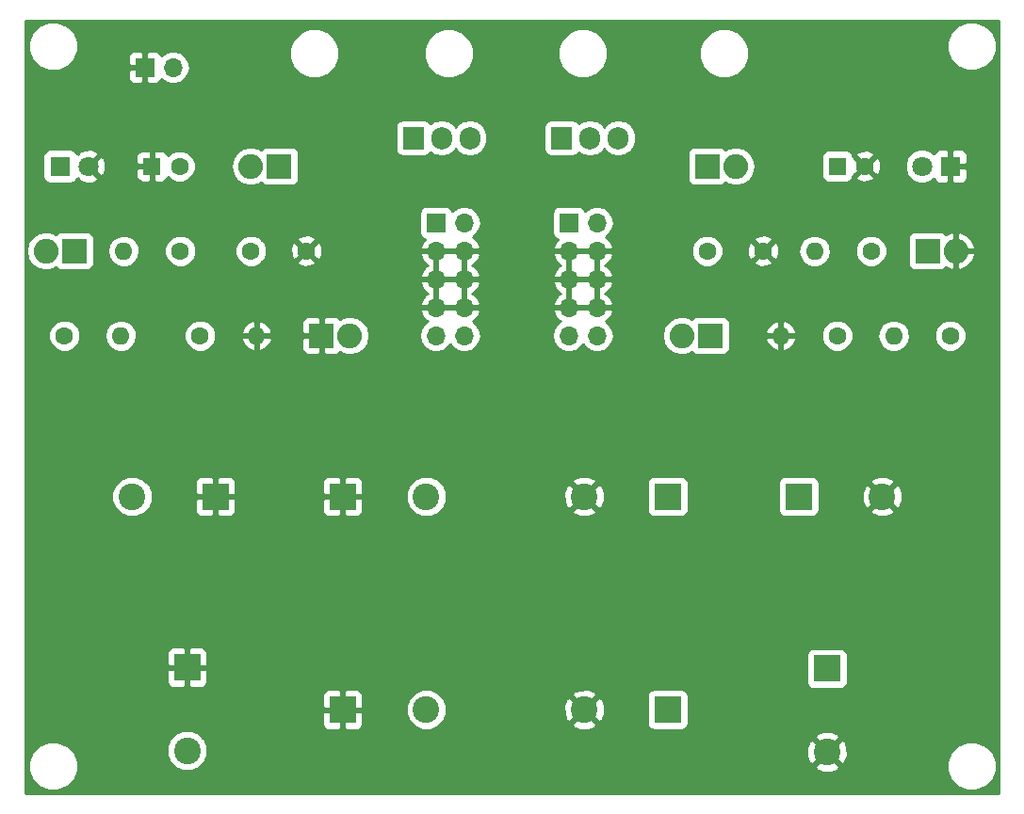
<source format=gbr>
G04 #@! TF.GenerationSoftware,KiCad,Pcbnew,(5.0.0-3-g5ebb6b6)*
G04 #@! TF.CreationDate,2018-11-24T00:30:52+00:00*
G04 #@! TF.ProjectId,AdjustablePSU,41646A75737461626C655053552E6B69,rev?*
G04 #@! TF.SameCoordinates,Original*
G04 #@! TF.FileFunction,Copper,L2,Bot,Signal*
G04 #@! TF.FilePolarity,Positive*
%FSLAX46Y46*%
G04 Gerber Fmt 4.6, Leading zero omitted, Abs format (unit mm)*
G04 Created by KiCad (PCBNEW (5.0.0-3-g5ebb6b6)) date Saturday, 24 November 2018 at 00:30:52*
%MOMM*%
%LPD*%
G01*
G04 APERTURE LIST*
G04 #@! TA.AperFunction,ComponentPad*
%ADD10O,1.600000X1.600000*%
G04 #@! TD*
G04 #@! TA.AperFunction,ComponentPad*
%ADD11C,1.600000*%
G04 #@! TD*
G04 #@! TA.AperFunction,ComponentPad*
%ADD12R,1.600000X1.600000*%
G04 #@! TD*
G04 #@! TA.AperFunction,ComponentPad*
%ADD13R,1.905000X2.000000*%
G04 #@! TD*
G04 #@! TA.AperFunction,ComponentPad*
%ADD14O,1.905000X2.000000*%
G04 #@! TD*
G04 #@! TA.AperFunction,ComponentPad*
%ADD15C,2.400000*%
G04 #@! TD*
G04 #@! TA.AperFunction,ComponentPad*
%ADD16R,2.400000X2.400000*%
G04 #@! TD*
G04 #@! TA.AperFunction,ComponentPad*
%ADD17O,2.240000X2.240000*%
G04 #@! TD*
G04 #@! TA.AperFunction,ComponentPad*
%ADD18R,2.240000X2.240000*%
G04 #@! TD*
G04 #@! TA.AperFunction,ComponentPad*
%ADD19C,1.800000*%
G04 #@! TD*
G04 #@! TA.AperFunction,ComponentPad*
%ADD20R,1.800000X1.800000*%
G04 #@! TD*
G04 #@! TA.AperFunction,ComponentPad*
%ADD21R,1.700000X1.700000*%
G04 #@! TD*
G04 #@! TA.AperFunction,ComponentPad*
%ADD22O,1.700000X1.700000*%
G04 #@! TD*
G04 #@! TA.AperFunction,Conductor*
%ADD23C,0.254000*%
G04 #@! TD*
G04 APERTURE END LIST*
D10*
G04 #@! TO.P,R_NEG1,2*
G04 #@! TO.N,Net-(D_NEG4-Pad1)*
X113665000Y-77470000D03*
D11*
G04 #@! TO.P,R_NEG1,1*
G04 #@! TO.N,/12VDC_NEG_REG*
X118745000Y-77470000D03*
G04 #@! TD*
D12*
G04 #@! TO.P,C_NEG6,1*
G04 #@! TO.N,GND*
X116205000Y-69850000D03*
D11*
G04 #@! TO.P,C_NEG6,2*
G04 #@! TO.N,/12VDC_NEG_REG*
X118705000Y-69850000D03*
G04 #@! TD*
D13*
G04 #@! TO.P,U_POSREG1,1*
G04 #@! TO.N,Net-(R_POSREG1-Pad2)*
X153035000Y-67310000D03*
D14*
G04 #@! TO.P,U_POSREG1,2*
G04 #@! TO.N,/12VDC_POS_REG*
X155575000Y-67310000D03*
G04 #@! TO.P,U_POSREG1,3*
G04 #@! TO.N,/DC_POS_IN*
X158115000Y-67310000D03*
G04 #@! TD*
D15*
G04 #@! TO.P,C_NEG5,2*
G04 #@! TO.N,/DC_NEG_IN*
X119380000Y-122435000D03*
D16*
G04 #@! TO.P,C_NEG5,1*
G04 #@! TO.N,GND*
X119380000Y-114935000D03*
G04 #@! TD*
D11*
G04 #@! TO.P,C_NEG1,2*
G04 #@! TO.N,GND*
X130095000Y-77470000D03*
G04 #@! TO.P,C_NEG1,1*
G04 #@! TO.N,/DC_NEG_IN*
X125095000Y-77470000D03*
G04 #@! TD*
D15*
G04 #@! TO.P,C_NEG2,2*
G04 #@! TO.N,/DC_NEG_IN*
X140850000Y-99568000D03*
D16*
G04 #@! TO.P,C_NEG2,1*
G04 #@! TO.N,GND*
X133350000Y-99568000D03*
G04 #@! TD*
G04 #@! TO.P,C_NEG3,1*
G04 #@! TO.N,GND*
X121920000Y-99568000D03*
D15*
G04 #@! TO.P,C_NEG3,2*
G04 #@! TO.N,/DC_NEG_IN*
X114420000Y-99568000D03*
G04 #@! TD*
G04 #@! TO.P,C_NEG4,2*
G04 #@! TO.N,/DC_NEG_IN*
X140850000Y-118745000D03*
D16*
G04 #@! TO.P,C_NEG4,1*
G04 #@! TO.N,GND*
X133350000Y-118745000D03*
G04 #@! TD*
D11*
G04 #@! TO.P,C_POS1,1*
G04 #@! TO.N,/DC_POS_IN*
X166116000Y-77470000D03*
G04 #@! TO.P,C_POS1,2*
G04 #@! TO.N,GND*
X171116000Y-77470000D03*
G04 #@! TD*
D16*
G04 #@! TO.P,C_POS2,1*
G04 #@! TO.N,/DC_POS_IN*
X174341383Y-99568000D03*
D15*
G04 #@! TO.P,C_POS2,2*
G04 #@! TO.N,GND*
X181841383Y-99568000D03*
G04 #@! TD*
G04 #@! TO.P,C_POS3,2*
G04 #@! TO.N,GND*
X155060000Y-99568000D03*
D16*
G04 #@! TO.P,C_POS3,1*
G04 #@! TO.N,/DC_POS_IN*
X162560000Y-99568000D03*
G04 #@! TD*
G04 #@! TO.P,C_POS4,1*
G04 #@! TO.N,/DC_POS_IN*
X176881383Y-115050872D03*
D15*
G04 #@! TO.P,C_POS4,2*
G04 #@! TO.N,GND*
X176881383Y-122550872D03*
G04 #@! TD*
D16*
G04 #@! TO.P,C_POS5,1*
G04 #@! TO.N,/DC_POS_IN*
X162560000Y-118745000D03*
D15*
G04 #@! TO.P,C_POS5,2*
G04 #@! TO.N,GND*
X155060000Y-118745000D03*
G04 #@! TD*
D11*
G04 #@! TO.P,C_POS6,2*
G04 #@! TO.N,GND*
X180300000Y-69850000D03*
D12*
G04 #@! TO.P,C_POS6,1*
G04 #@! TO.N,/12VDC_POS_REG*
X177800000Y-69850000D03*
G04 #@! TD*
D17*
G04 #@! TO.P,D_NEG3,2*
G04 #@! TO.N,/12VDC_NEG_REG*
X133985000Y-85090000D03*
D18*
G04 #@! TO.P,D_NEG3,1*
G04 #@! TO.N,GND*
X131445000Y-85090000D03*
G04 #@! TD*
D19*
G04 #@! TO.P,D_NEG4,2*
G04 #@! TO.N,GND*
X110490000Y-69850000D03*
D20*
G04 #@! TO.P,D_NEG4,1*
G04 #@! TO.N,Net-(D_NEG4-Pad1)*
X107950000Y-69850000D03*
G04 #@! TD*
D18*
G04 #@! TO.P,D_POS1,1*
G04 #@! TO.N,/DC_POS_IN*
X166116000Y-69850000D03*
D17*
G04 #@! TO.P,D_POS1,2*
G04 #@! TO.N,/AC_IN*
X168656000Y-69850000D03*
G04 #@! TD*
D18*
G04 #@! TO.P,D_POS2,1*
G04 #@! TO.N,/DC_POS_IN*
X166370000Y-85090000D03*
D17*
G04 #@! TO.P,D_POS2,2*
G04 #@! TO.N,/12VDC_POS_REG*
X163830000Y-85090000D03*
G04 #@! TD*
D18*
G04 #@! TO.P,D_POS3,1*
G04 #@! TO.N,/12VDC_POS_REG*
X185928000Y-77470000D03*
D17*
G04 #@! TO.P,D_POS3,2*
G04 #@! TO.N,GND*
X188468000Y-77470000D03*
G04 #@! TD*
D20*
G04 #@! TO.P,D_POS4,1*
G04 #@! TO.N,GND*
X187960000Y-69850000D03*
D19*
G04 #@! TO.P,D_POS4,2*
G04 #@! TO.N,Net-(D_POS4-Pad2)*
X185420000Y-69850000D03*
G04 #@! TD*
D21*
G04 #@! TO.P,J_OUT1,1*
G04 #@! TO.N,/12VDC_POS_REG*
X141732000Y-74930000D03*
D22*
G04 #@! TO.P,J_OUT1,2*
X144272000Y-74930000D03*
G04 #@! TO.P,J_OUT1,3*
G04 #@! TO.N,GND*
X141732000Y-77470000D03*
G04 #@! TO.P,J_OUT1,4*
X144272000Y-77470000D03*
G04 #@! TO.P,J_OUT1,5*
X141732000Y-80010000D03*
G04 #@! TO.P,J_OUT1,6*
X144272000Y-80010000D03*
G04 #@! TO.P,J_OUT1,7*
X141732000Y-82550000D03*
G04 #@! TO.P,J_OUT1,8*
X144272000Y-82550000D03*
G04 #@! TO.P,J_OUT1,9*
G04 #@! TO.N,/12VDC_NEG_REG*
X141732000Y-85090000D03*
G04 #@! TO.P,J_OUT1,10*
X144272000Y-85090000D03*
G04 #@! TD*
D11*
G04 #@! TO.P,R_NEGREG1,1*
G04 #@! TO.N,/12VDC_NEG_REG*
X108331000Y-85099069D03*
D10*
G04 #@! TO.P,R_NEGREG1,2*
G04 #@! TO.N,Net-(R_NEGREG1-Pad2)*
X113411000Y-85099069D03*
G04 #@! TD*
G04 #@! TO.P,R_NEGREG2,2*
G04 #@! TO.N,GND*
X125606683Y-85096209D03*
D11*
G04 #@! TO.P,R_NEGREG2,1*
G04 #@! TO.N,Net-(R_NEGREG1-Pad2)*
X120526683Y-85096209D03*
G04 #@! TD*
G04 #@! TO.P,R_POS1,1*
G04 #@! TO.N,/12VDC_POS_REG*
X180848000Y-77470000D03*
D10*
G04 #@! TO.P,R_POS1,2*
G04 #@! TO.N,Net-(D_POS4-Pad2)*
X175768000Y-77470000D03*
G04 #@! TD*
D11*
G04 #@! TO.P,R_POSREG1,1*
G04 #@! TO.N,/12VDC_POS_REG*
X187960000Y-85090000D03*
D10*
G04 #@! TO.P,R_POSREG1,2*
G04 #@! TO.N,Net-(R_POSREG1-Pad2)*
X182880000Y-85090000D03*
G04 #@! TD*
G04 #@! TO.P,R_POSREG2,2*
G04 #@! TO.N,GND*
X172720000Y-85090000D03*
D11*
G04 #@! TO.P,R_POSREG2,1*
G04 #@! TO.N,Net-(R_POSREG1-Pad2)*
X177800000Y-85090000D03*
G04 #@! TD*
D14*
G04 #@! TO.P,U_NEGREG1,3*
G04 #@! TO.N,/12VDC_NEG_REG*
X144780000Y-67310000D03*
G04 #@! TO.P,U_NEGREG1,2*
G04 #@! TO.N,/DC_NEG_IN*
X142240000Y-67310000D03*
D13*
G04 #@! TO.P,U_NEGREG1,1*
G04 #@! TO.N,Net-(R_NEGREG1-Pad2)*
X139700000Y-67310000D03*
G04 #@! TD*
D18*
G04 #@! TO.P,D_NEG1,1*
G04 #@! TO.N,/AC_IN*
X109220000Y-77470000D03*
D17*
G04 #@! TO.P,D_NEG1,2*
G04 #@! TO.N,/DC_NEG_IN*
X106680000Y-77470000D03*
G04 #@! TD*
D21*
G04 #@! TO.P,J_OUT2,1*
G04 #@! TO.N,/12VDC_POS_REG*
X153670000Y-74930000D03*
D22*
G04 #@! TO.P,J_OUT2,2*
X156210000Y-74930000D03*
G04 #@! TO.P,J_OUT2,3*
G04 #@! TO.N,GND*
X153670000Y-77470000D03*
G04 #@! TO.P,J_OUT2,4*
X156210000Y-77470000D03*
G04 #@! TO.P,J_OUT2,5*
X153670000Y-80010000D03*
G04 #@! TO.P,J_OUT2,6*
X156210000Y-80010000D03*
G04 #@! TO.P,J_OUT2,7*
X153670000Y-82550000D03*
G04 #@! TO.P,J_OUT2,8*
X156210000Y-82550000D03*
G04 #@! TO.P,J_OUT2,9*
G04 #@! TO.N,/12VDC_NEG_REG*
X153670000Y-85090000D03*
G04 #@! TO.P,J_OUT2,10*
X156210000Y-85090000D03*
G04 #@! TD*
D18*
G04 #@! TO.P,D_NEG2,1*
G04 #@! TO.N,/12VDC_NEG_REG*
X127635000Y-69850000D03*
D17*
G04 #@! TO.P,D_NEG2,2*
G04 #@! TO.N,/DC_NEG_IN*
X125095000Y-69850000D03*
G04 #@! TD*
D21*
G04 #@! TO.P,J_PWR1,1*
G04 #@! TO.N,GND*
X115570000Y-60960000D03*
D22*
G04 #@! TO.P,J_PWR1,2*
G04 #@! TO.N,/AC_IN*
X118110000Y-60960000D03*
G04 #@! TD*
D23*
G04 #@! TO.N,GND*
G36*
X192305001Y-126265000D02*
X104875000Y-126265000D01*
X104875000Y-123380431D01*
X105080000Y-123380431D01*
X105080000Y-124269569D01*
X105420259Y-125091026D01*
X106048974Y-125719741D01*
X106870431Y-126060000D01*
X107759569Y-126060000D01*
X108581026Y-125719741D01*
X109209741Y-125091026D01*
X109550000Y-124269569D01*
X109550000Y-123380431D01*
X109209741Y-122558974D01*
X108720763Y-122069996D01*
X117545000Y-122069996D01*
X117545000Y-122800004D01*
X117824362Y-123474444D01*
X118340556Y-123990638D01*
X119014996Y-124270000D01*
X119745004Y-124270000D01*
X120419444Y-123990638D01*
X120562035Y-123848047D01*
X175763813Y-123848047D01*
X175886948Y-124135660D01*
X176569117Y-124395579D01*
X177298826Y-124374658D01*
X177875818Y-124135660D01*
X177998953Y-123848047D01*
X176881383Y-122730477D01*
X175763813Y-123848047D01*
X120562035Y-123848047D01*
X120935638Y-123474444D01*
X121215000Y-122800004D01*
X121215000Y-122238606D01*
X175036676Y-122238606D01*
X175057597Y-122968315D01*
X175296595Y-123545307D01*
X175584208Y-123668442D01*
X176701778Y-122550872D01*
X177060988Y-122550872D01*
X178178558Y-123668442D01*
X178466171Y-123545307D01*
X178528991Y-123380431D01*
X187630000Y-123380431D01*
X187630000Y-124269569D01*
X187970259Y-125091026D01*
X188598974Y-125719741D01*
X189420431Y-126060000D01*
X190309569Y-126060000D01*
X191131026Y-125719741D01*
X191759741Y-125091026D01*
X192100000Y-124269569D01*
X192100000Y-123380431D01*
X191759741Y-122558974D01*
X191131026Y-121930259D01*
X190309569Y-121590000D01*
X189420431Y-121590000D01*
X188598974Y-121930259D01*
X187970259Y-122558974D01*
X187630000Y-123380431D01*
X178528991Y-123380431D01*
X178726090Y-122863138D01*
X178705169Y-122133429D01*
X178466171Y-121556437D01*
X178178558Y-121433302D01*
X177060988Y-122550872D01*
X176701778Y-122550872D01*
X175584208Y-121433302D01*
X175296595Y-121556437D01*
X175036676Y-122238606D01*
X121215000Y-122238606D01*
X121215000Y-122069996D01*
X120935638Y-121395556D01*
X120793779Y-121253697D01*
X175763813Y-121253697D01*
X176881383Y-122371267D01*
X177998953Y-121253697D01*
X177875818Y-120966084D01*
X177193649Y-120706165D01*
X176463940Y-120727086D01*
X175886948Y-120966084D01*
X175763813Y-121253697D01*
X120793779Y-121253697D01*
X120419444Y-120879362D01*
X119745004Y-120600000D01*
X119014996Y-120600000D01*
X118340556Y-120879362D01*
X117824362Y-121395556D01*
X117545000Y-122069996D01*
X108720763Y-122069996D01*
X108581026Y-121930259D01*
X107759569Y-121590000D01*
X106870431Y-121590000D01*
X106048974Y-121930259D01*
X105420259Y-122558974D01*
X105080000Y-123380431D01*
X104875000Y-123380431D01*
X104875000Y-119030750D01*
X131515000Y-119030750D01*
X131515000Y-120071310D01*
X131611673Y-120304699D01*
X131790302Y-120483327D01*
X132023691Y-120580000D01*
X133064250Y-120580000D01*
X133223000Y-120421250D01*
X133223000Y-118872000D01*
X133477000Y-118872000D01*
X133477000Y-120421250D01*
X133635750Y-120580000D01*
X134676309Y-120580000D01*
X134909698Y-120483327D01*
X135088327Y-120304699D01*
X135185000Y-120071310D01*
X135185000Y-119030750D01*
X135026250Y-118872000D01*
X133477000Y-118872000D01*
X133223000Y-118872000D01*
X131673750Y-118872000D01*
X131515000Y-119030750D01*
X104875000Y-119030750D01*
X104875000Y-117418690D01*
X131515000Y-117418690D01*
X131515000Y-118459250D01*
X131673750Y-118618000D01*
X133223000Y-118618000D01*
X133223000Y-117068750D01*
X133477000Y-117068750D01*
X133477000Y-118618000D01*
X135026250Y-118618000D01*
X135185000Y-118459250D01*
X135185000Y-118379996D01*
X139015000Y-118379996D01*
X139015000Y-119110004D01*
X139294362Y-119784444D01*
X139810556Y-120300638D01*
X140484996Y-120580000D01*
X141215004Y-120580000D01*
X141889444Y-120300638D01*
X142147907Y-120042175D01*
X153942430Y-120042175D01*
X154065565Y-120329788D01*
X154747734Y-120589707D01*
X155477443Y-120568786D01*
X156054435Y-120329788D01*
X156177570Y-120042175D01*
X155060000Y-118924605D01*
X153942430Y-120042175D01*
X142147907Y-120042175D01*
X142405638Y-119784444D01*
X142685000Y-119110004D01*
X142685000Y-118432734D01*
X153215293Y-118432734D01*
X153236214Y-119162443D01*
X153475212Y-119739435D01*
X153762825Y-119862570D01*
X154880395Y-118745000D01*
X155239605Y-118745000D01*
X156357175Y-119862570D01*
X156644788Y-119739435D01*
X156904707Y-119057266D01*
X156883786Y-118327557D01*
X156644788Y-117750565D01*
X156357175Y-117627430D01*
X155239605Y-118745000D01*
X154880395Y-118745000D01*
X153762825Y-117627430D01*
X153475212Y-117750565D01*
X153215293Y-118432734D01*
X142685000Y-118432734D01*
X142685000Y-118379996D01*
X142405638Y-117705556D01*
X142147907Y-117447825D01*
X153942430Y-117447825D01*
X155060000Y-118565395D01*
X156080395Y-117545000D01*
X160712560Y-117545000D01*
X160712560Y-119945000D01*
X160761843Y-120192765D01*
X160902191Y-120402809D01*
X161112235Y-120543157D01*
X161360000Y-120592440D01*
X163760000Y-120592440D01*
X164007765Y-120543157D01*
X164217809Y-120402809D01*
X164358157Y-120192765D01*
X164407440Y-119945000D01*
X164407440Y-117545000D01*
X164358157Y-117297235D01*
X164217809Y-117087191D01*
X164007765Y-116946843D01*
X163760000Y-116897560D01*
X161360000Y-116897560D01*
X161112235Y-116946843D01*
X160902191Y-117087191D01*
X160761843Y-117297235D01*
X160712560Y-117545000D01*
X156080395Y-117545000D01*
X156177570Y-117447825D01*
X156054435Y-117160212D01*
X155372266Y-116900293D01*
X154642557Y-116921214D01*
X154065565Y-117160212D01*
X153942430Y-117447825D01*
X142147907Y-117447825D01*
X141889444Y-117189362D01*
X141215004Y-116910000D01*
X140484996Y-116910000D01*
X139810556Y-117189362D01*
X139294362Y-117705556D01*
X139015000Y-118379996D01*
X135185000Y-118379996D01*
X135185000Y-117418690D01*
X135088327Y-117185301D01*
X134909698Y-117006673D01*
X134676309Y-116910000D01*
X133635750Y-116910000D01*
X133477000Y-117068750D01*
X133223000Y-117068750D01*
X133064250Y-116910000D01*
X132023691Y-116910000D01*
X131790302Y-117006673D01*
X131611673Y-117185301D01*
X131515000Y-117418690D01*
X104875000Y-117418690D01*
X104875000Y-115220750D01*
X117545000Y-115220750D01*
X117545000Y-116261309D01*
X117641673Y-116494698D01*
X117820301Y-116673327D01*
X118053690Y-116770000D01*
X119094250Y-116770000D01*
X119253000Y-116611250D01*
X119253000Y-115062000D01*
X119507000Y-115062000D01*
X119507000Y-116611250D01*
X119665750Y-116770000D01*
X120706310Y-116770000D01*
X120939699Y-116673327D01*
X121118327Y-116494698D01*
X121215000Y-116261309D01*
X121215000Y-115220750D01*
X121056250Y-115062000D01*
X119507000Y-115062000D01*
X119253000Y-115062000D01*
X117703750Y-115062000D01*
X117545000Y-115220750D01*
X104875000Y-115220750D01*
X104875000Y-113608691D01*
X117545000Y-113608691D01*
X117545000Y-114649250D01*
X117703750Y-114808000D01*
X119253000Y-114808000D01*
X119253000Y-113258750D01*
X119507000Y-113258750D01*
X119507000Y-114808000D01*
X121056250Y-114808000D01*
X121215000Y-114649250D01*
X121215000Y-113850872D01*
X175033943Y-113850872D01*
X175033943Y-116250872D01*
X175083226Y-116498637D01*
X175223574Y-116708681D01*
X175433618Y-116849029D01*
X175681383Y-116898312D01*
X178081383Y-116898312D01*
X178329148Y-116849029D01*
X178539192Y-116708681D01*
X178679540Y-116498637D01*
X178728823Y-116250872D01*
X178728823Y-113850872D01*
X178679540Y-113603107D01*
X178539192Y-113393063D01*
X178329148Y-113252715D01*
X178081383Y-113203432D01*
X175681383Y-113203432D01*
X175433618Y-113252715D01*
X175223574Y-113393063D01*
X175083226Y-113603107D01*
X175033943Y-113850872D01*
X121215000Y-113850872D01*
X121215000Y-113608691D01*
X121118327Y-113375302D01*
X120939699Y-113196673D01*
X120706310Y-113100000D01*
X119665750Y-113100000D01*
X119507000Y-113258750D01*
X119253000Y-113258750D01*
X119094250Y-113100000D01*
X118053690Y-113100000D01*
X117820301Y-113196673D01*
X117641673Y-113375302D01*
X117545000Y-113608691D01*
X104875000Y-113608691D01*
X104875000Y-99202996D01*
X112585000Y-99202996D01*
X112585000Y-99933004D01*
X112864362Y-100607444D01*
X113380556Y-101123638D01*
X114054996Y-101403000D01*
X114785004Y-101403000D01*
X115459444Y-101123638D01*
X115975638Y-100607444D01*
X116255000Y-99933004D01*
X116255000Y-99853750D01*
X120085000Y-99853750D01*
X120085000Y-100894310D01*
X120181673Y-101127699D01*
X120360302Y-101306327D01*
X120593691Y-101403000D01*
X121634250Y-101403000D01*
X121793000Y-101244250D01*
X121793000Y-99695000D01*
X122047000Y-99695000D01*
X122047000Y-101244250D01*
X122205750Y-101403000D01*
X123246309Y-101403000D01*
X123479698Y-101306327D01*
X123658327Y-101127699D01*
X123755000Y-100894310D01*
X123755000Y-99853750D01*
X131515000Y-99853750D01*
X131515000Y-100894310D01*
X131611673Y-101127699D01*
X131790302Y-101306327D01*
X132023691Y-101403000D01*
X133064250Y-101403000D01*
X133223000Y-101244250D01*
X133223000Y-99695000D01*
X133477000Y-99695000D01*
X133477000Y-101244250D01*
X133635750Y-101403000D01*
X134676309Y-101403000D01*
X134909698Y-101306327D01*
X135088327Y-101127699D01*
X135185000Y-100894310D01*
X135185000Y-99853750D01*
X135026250Y-99695000D01*
X133477000Y-99695000D01*
X133223000Y-99695000D01*
X131673750Y-99695000D01*
X131515000Y-99853750D01*
X123755000Y-99853750D01*
X123596250Y-99695000D01*
X122047000Y-99695000D01*
X121793000Y-99695000D01*
X120243750Y-99695000D01*
X120085000Y-99853750D01*
X116255000Y-99853750D01*
X116255000Y-99202996D01*
X115975638Y-98528556D01*
X115688772Y-98241690D01*
X120085000Y-98241690D01*
X120085000Y-99282250D01*
X120243750Y-99441000D01*
X121793000Y-99441000D01*
X121793000Y-97891750D01*
X122047000Y-97891750D01*
X122047000Y-99441000D01*
X123596250Y-99441000D01*
X123755000Y-99282250D01*
X123755000Y-98241690D01*
X131515000Y-98241690D01*
X131515000Y-99282250D01*
X131673750Y-99441000D01*
X133223000Y-99441000D01*
X133223000Y-97891750D01*
X133477000Y-97891750D01*
X133477000Y-99441000D01*
X135026250Y-99441000D01*
X135185000Y-99282250D01*
X135185000Y-99202996D01*
X139015000Y-99202996D01*
X139015000Y-99933004D01*
X139294362Y-100607444D01*
X139810556Y-101123638D01*
X140484996Y-101403000D01*
X141215004Y-101403000D01*
X141889444Y-101123638D01*
X142147907Y-100865175D01*
X153942430Y-100865175D01*
X154065565Y-101152788D01*
X154747734Y-101412707D01*
X155477443Y-101391786D01*
X156054435Y-101152788D01*
X156177570Y-100865175D01*
X155060000Y-99747605D01*
X153942430Y-100865175D01*
X142147907Y-100865175D01*
X142405638Y-100607444D01*
X142685000Y-99933004D01*
X142685000Y-99255734D01*
X153215293Y-99255734D01*
X153236214Y-99985443D01*
X153475212Y-100562435D01*
X153762825Y-100685570D01*
X154880395Y-99568000D01*
X155239605Y-99568000D01*
X156357175Y-100685570D01*
X156644788Y-100562435D01*
X156904707Y-99880266D01*
X156883786Y-99150557D01*
X156644788Y-98573565D01*
X156357175Y-98450430D01*
X155239605Y-99568000D01*
X154880395Y-99568000D01*
X153762825Y-98450430D01*
X153475212Y-98573565D01*
X153215293Y-99255734D01*
X142685000Y-99255734D01*
X142685000Y-99202996D01*
X142405638Y-98528556D01*
X142147907Y-98270825D01*
X153942430Y-98270825D01*
X155060000Y-99388395D01*
X156080395Y-98368000D01*
X160712560Y-98368000D01*
X160712560Y-100768000D01*
X160761843Y-101015765D01*
X160902191Y-101225809D01*
X161112235Y-101366157D01*
X161360000Y-101415440D01*
X163760000Y-101415440D01*
X164007765Y-101366157D01*
X164217809Y-101225809D01*
X164358157Y-101015765D01*
X164407440Y-100768000D01*
X164407440Y-98368000D01*
X172493943Y-98368000D01*
X172493943Y-100768000D01*
X172543226Y-101015765D01*
X172683574Y-101225809D01*
X172893618Y-101366157D01*
X173141383Y-101415440D01*
X175541383Y-101415440D01*
X175789148Y-101366157D01*
X175999192Y-101225809D01*
X176139540Y-101015765D01*
X176169493Y-100865175D01*
X180723813Y-100865175D01*
X180846948Y-101152788D01*
X181529117Y-101412707D01*
X182258826Y-101391786D01*
X182835818Y-101152788D01*
X182958953Y-100865175D01*
X181841383Y-99747605D01*
X180723813Y-100865175D01*
X176169493Y-100865175D01*
X176188823Y-100768000D01*
X176188823Y-99255734D01*
X179996676Y-99255734D01*
X180017597Y-99985443D01*
X180256595Y-100562435D01*
X180544208Y-100685570D01*
X181661778Y-99568000D01*
X182020988Y-99568000D01*
X183138558Y-100685570D01*
X183426171Y-100562435D01*
X183686090Y-99880266D01*
X183665169Y-99150557D01*
X183426171Y-98573565D01*
X183138558Y-98450430D01*
X182020988Y-99568000D01*
X181661778Y-99568000D01*
X180544208Y-98450430D01*
X180256595Y-98573565D01*
X179996676Y-99255734D01*
X176188823Y-99255734D01*
X176188823Y-98368000D01*
X176169494Y-98270825D01*
X180723813Y-98270825D01*
X181841383Y-99388395D01*
X182958953Y-98270825D01*
X182835818Y-97983212D01*
X182153649Y-97723293D01*
X181423940Y-97744214D01*
X180846948Y-97983212D01*
X180723813Y-98270825D01*
X176169494Y-98270825D01*
X176139540Y-98120235D01*
X175999192Y-97910191D01*
X175789148Y-97769843D01*
X175541383Y-97720560D01*
X173141383Y-97720560D01*
X172893618Y-97769843D01*
X172683574Y-97910191D01*
X172543226Y-98120235D01*
X172493943Y-98368000D01*
X164407440Y-98368000D01*
X164358157Y-98120235D01*
X164217809Y-97910191D01*
X164007765Y-97769843D01*
X163760000Y-97720560D01*
X161360000Y-97720560D01*
X161112235Y-97769843D01*
X160902191Y-97910191D01*
X160761843Y-98120235D01*
X160712560Y-98368000D01*
X156080395Y-98368000D01*
X156177570Y-98270825D01*
X156054435Y-97983212D01*
X155372266Y-97723293D01*
X154642557Y-97744214D01*
X154065565Y-97983212D01*
X153942430Y-98270825D01*
X142147907Y-98270825D01*
X141889444Y-98012362D01*
X141215004Y-97733000D01*
X140484996Y-97733000D01*
X139810556Y-98012362D01*
X139294362Y-98528556D01*
X139015000Y-99202996D01*
X135185000Y-99202996D01*
X135185000Y-98241690D01*
X135088327Y-98008301D01*
X134909698Y-97829673D01*
X134676309Y-97733000D01*
X133635750Y-97733000D01*
X133477000Y-97891750D01*
X133223000Y-97891750D01*
X133064250Y-97733000D01*
X132023691Y-97733000D01*
X131790302Y-97829673D01*
X131611673Y-98008301D01*
X131515000Y-98241690D01*
X123755000Y-98241690D01*
X123658327Y-98008301D01*
X123479698Y-97829673D01*
X123246309Y-97733000D01*
X122205750Y-97733000D01*
X122047000Y-97891750D01*
X121793000Y-97891750D01*
X121634250Y-97733000D01*
X120593691Y-97733000D01*
X120360302Y-97829673D01*
X120181673Y-98008301D01*
X120085000Y-98241690D01*
X115688772Y-98241690D01*
X115459444Y-98012362D01*
X114785004Y-97733000D01*
X114054996Y-97733000D01*
X113380556Y-98012362D01*
X112864362Y-98528556D01*
X112585000Y-99202996D01*
X104875000Y-99202996D01*
X104875000Y-84813630D01*
X106896000Y-84813630D01*
X106896000Y-85384508D01*
X107114466Y-85911931D01*
X107518138Y-86315603D01*
X108045561Y-86534069D01*
X108616439Y-86534069D01*
X109143862Y-86315603D01*
X109547534Y-85911931D01*
X109766000Y-85384508D01*
X109766000Y-85099069D01*
X111947887Y-85099069D01*
X112059260Y-85658978D01*
X112376423Y-86133646D01*
X112851091Y-86450809D01*
X113269667Y-86534069D01*
X113552333Y-86534069D01*
X113970909Y-86450809D01*
X114445577Y-86133646D01*
X114762740Y-85658978D01*
X114874113Y-85099069D01*
X114816767Y-84810770D01*
X119091683Y-84810770D01*
X119091683Y-85381648D01*
X119310149Y-85909071D01*
X119713821Y-86312743D01*
X120241244Y-86531209D01*
X120812122Y-86531209D01*
X121339545Y-86312743D01*
X121743217Y-85909071D01*
X121935338Y-85445248D01*
X124214779Y-85445248D01*
X124375642Y-85833632D01*
X124751549Y-86248598D01*
X125257642Y-86488123D01*
X125479683Y-86366838D01*
X125479683Y-85223209D01*
X125733683Y-85223209D01*
X125733683Y-86366838D01*
X125955724Y-86488123D01*
X126461817Y-86248598D01*
X126837724Y-85833632D01*
X126998587Y-85445248D01*
X126960405Y-85375750D01*
X129690000Y-85375750D01*
X129690000Y-86336310D01*
X129786673Y-86569699D01*
X129965302Y-86748327D01*
X130198691Y-86845000D01*
X131159250Y-86845000D01*
X131318000Y-86686250D01*
X131318000Y-85217000D01*
X129848750Y-85217000D01*
X129690000Y-85375750D01*
X126960405Y-85375750D01*
X126876598Y-85223209D01*
X125733683Y-85223209D01*
X125479683Y-85223209D01*
X124336768Y-85223209D01*
X124214779Y-85445248D01*
X121935338Y-85445248D01*
X121961683Y-85381648D01*
X121961683Y-84810770D01*
X121935339Y-84747170D01*
X124214779Y-84747170D01*
X124336768Y-84969209D01*
X125479683Y-84969209D01*
X125479683Y-83825580D01*
X125733683Y-83825580D01*
X125733683Y-84969209D01*
X126876598Y-84969209D01*
X126998587Y-84747170D01*
X126837724Y-84358786D01*
X126461817Y-83943820D01*
X126250253Y-83843690D01*
X129690000Y-83843690D01*
X129690000Y-84804250D01*
X129848750Y-84963000D01*
X131318000Y-84963000D01*
X131318000Y-83493750D01*
X131572000Y-83493750D01*
X131572000Y-84963000D01*
X131592000Y-84963000D01*
X131592000Y-85217000D01*
X131572000Y-85217000D01*
X131572000Y-86686250D01*
X131730750Y-86845000D01*
X132691309Y-86845000D01*
X132924698Y-86748327D01*
X133078206Y-86594820D01*
X133300233Y-86743173D01*
X133812150Y-86845000D01*
X134157850Y-86845000D01*
X134669767Y-86743173D01*
X135250284Y-86355284D01*
X135638173Y-85774767D01*
X135774382Y-85090000D01*
X140217908Y-85090000D01*
X140333161Y-85669418D01*
X140661375Y-86160625D01*
X141152582Y-86488839D01*
X141585744Y-86575000D01*
X141878256Y-86575000D01*
X142311418Y-86488839D01*
X142802625Y-86160625D01*
X143002000Y-85862239D01*
X143201375Y-86160625D01*
X143692582Y-86488839D01*
X144125744Y-86575000D01*
X144418256Y-86575000D01*
X144851418Y-86488839D01*
X145342625Y-86160625D01*
X145670839Y-85669418D01*
X145786092Y-85090000D01*
X152155908Y-85090000D01*
X152271161Y-85669418D01*
X152599375Y-86160625D01*
X153090582Y-86488839D01*
X153523744Y-86575000D01*
X153816256Y-86575000D01*
X154249418Y-86488839D01*
X154740625Y-86160625D01*
X154940000Y-85862239D01*
X155139375Y-86160625D01*
X155630582Y-86488839D01*
X156063744Y-86575000D01*
X156356256Y-86575000D01*
X156789418Y-86488839D01*
X157280625Y-86160625D01*
X157608839Y-85669418D01*
X157724092Y-85090000D01*
X162040618Y-85090000D01*
X162176827Y-85774767D01*
X162564716Y-86355284D01*
X163145233Y-86743173D01*
X163657150Y-86845000D01*
X164002850Y-86845000D01*
X164514767Y-86743173D01*
X164741375Y-86591758D01*
X164792191Y-86667809D01*
X165002235Y-86808157D01*
X165250000Y-86857440D01*
X167490000Y-86857440D01*
X167737765Y-86808157D01*
X167947809Y-86667809D01*
X168088157Y-86457765D01*
X168137440Y-86210000D01*
X168137440Y-85439039D01*
X171328096Y-85439039D01*
X171488959Y-85827423D01*
X171864866Y-86242389D01*
X172370959Y-86481914D01*
X172593000Y-86360629D01*
X172593000Y-85217000D01*
X172847000Y-85217000D01*
X172847000Y-86360629D01*
X173069041Y-86481914D01*
X173575134Y-86242389D01*
X173951041Y-85827423D01*
X174111904Y-85439039D01*
X173989915Y-85217000D01*
X172847000Y-85217000D01*
X172593000Y-85217000D01*
X171450085Y-85217000D01*
X171328096Y-85439039D01*
X168137440Y-85439039D01*
X168137440Y-84740961D01*
X171328096Y-84740961D01*
X171450085Y-84963000D01*
X172593000Y-84963000D01*
X172593000Y-83819371D01*
X172847000Y-83819371D01*
X172847000Y-84963000D01*
X173989915Y-84963000D01*
X174076961Y-84804561D01*
X176365000Y-84804561D01*
X176365000Y-85375439D01*
X176583466Y-85902862D01*
X176987138Y-86306534D01*
X177514561Y-86525000D01*
X178085439Y-86525000D01*
X178612862Y-86306534D01*
X179016534Y-85902862D01*
X179235000Y-85375439D01*
X179235000Y-85090000D01*
X181416887Y-85090000D01*
X181528260Y-85649909D01*
X181845423Y-86124577D01*
X182320091Y-86441740D01*
X182738667Y-86525000D01*
X183021333Y-86525000D01*
X183439909Y-86441740D01*
X183914577Y-86124577D01*
X184231740Y-85649909D01*
X184343113Y-85090000D01*
X184286336Y-84804561D01*
X186525000Y-84804561D01*
X186525000Y-85375439D01*
X186743466Y-85902862D01*
X187147138Y-86306534D01*
X187674561Y-86525000D01*
X188245439Y-86525000D01*
X188772862Y-86306534D01*
X189176534Y-85902862D01*
X189395000Y-85375439D01*
X189395000Y-84804561D01*
X189176534Y-84277138D01*
X188772862Y-83873466D01*
X188245439Y-83655000D01*
X187674561Y-83655000D01*
X187147138Y-83873466D01*
X186743466Y-84277138D01*
X186525000Y-84804561D01*
X184286336Y-84804561D01*
X184231740Y-84530091D01*
X183914577Y-84055423D01*
X183439909Y-83738260D01*
X183021333Y-83655000D01*
X182738667Y-83655000D01*
X182320091Y-83738260D01*
X181845423Y-84055423D01*
X181528260Y-84530091D01*
X181416887Y-85090000D01*
X179235000Y-85090000D01*
X179235000Y-84804561D01*
X179016534Y-84277138D01*
X178612862Y-83873466D01*
X178085439Y-83655000D01*
X177514561Y-83655000D01*
X176987138Y-83873466D01*
X176583466Y-84277138D01*
X176365000Y-84804561D01*
X174076961Y-84804561D01*
X174111904Y-84740961D01*
X173951041Y-84352577D01*
X173575134Y-83937611D01*
X173069041Y-83698086D01*
X172847000Y-83819371D01*
X172593000Y-83819371D01*
X172370959Y-83698086D01*
X171864866Y-83937611D01*
X171488959Y-84352577D01*
X171328096Y-84740961D01*
X168137440Y-84740961D01*
X168137440Y-83970000D01*
X168088157Y-83722235D01*
X167947809Y-83512191D01*
X167737765Y-83371843D01*
X167490000Y-83322560D01*
X165250000Y-83322560D01*
X165002235Y-83371843D01*
X164792191Y-83512191D01*
X164741375Y-83588242D01*
X164514767Y-83436827D01*
X164002850Y-83335000D01*
X163657150Y-83335000D01*
X163145233Y-83436827D01*
X162564716Y-83824716D01*
X162176827Y-84405233D01*
X162040618Y-85090000D01*
X157724092Y-85090000D01*
X157608839Y-84510582D01*
X157280625Y-84019375D01*
X156961522Y-83806157D01*
X157091358Y-83745183D01*
X157481645Y-83316924D01*
X157651476Y-82906890D01*
X157530155Y-82677000D01*
X156337000Y-82677000D01*
X156337000Y-82697000D01*
X156083000Y-82697000D01*
X156083000Y-82677000D01*
X153797000Y-82677000D01*
X153797000Y-82697000D01*
X153543000Y-82697000D01*
X153543000Y-82677000D01*
X152349845Y-82677000D01*
X152228524Y-82906890D01*
X152398355Y-83316924D01*
X152788642Y-83745183D01*
X152918478Y-83806157D01*
X152599375Y-84019375D01*
X152271161Y-84510582D01*
X152155908Y-85090000D01*
X145786092Y-85090000D01*
X145670839Y-84510582D01*
X145342625Y-84019375D01*
X145023522Y-83806157D01*
X145153358Y-83745183D01*
X145543645Y-83316924D01*
X145713476Y-82906890D01*
X145592155Y-82677000D01*
X144399000Y-82677000D01*
X144399000Y-82697000D01*
X144145000Y-82697000D01*
X144145000Y-82677000D01*
X141859000Y-82677000D01*
X141859000Y-82697000D01*
X141605000Y-82697000D01*
X141605000Y-82677000D01*
X140411845Y-82677000D01*
X140290524Y-82906890D01*
X140460355Y-83316924D01*
X140850642Y-83745183D01*
X140980478Y-83806157D01*
X140661375Y-84019375D01*
X140333161Y-84510582D01*
X140217908Y-85090000D01*
X135774382Y-85090000D01*
X135638173Y-84405233D01*
X135250284Y-83824716D01*
X134669767Y-83436827D01*
X134157850Y-83335000D01*
X133812150Y-83335000D01*
X133300233Y-83436827D01*
X133078206Y-83585180D01*
X132924698Y-83431673D01*
X132691309Y-83335000D01*
X131730750Y-83335000D01*
X131572000Y-83493750D01*
X131318000Y-83493750D01*
X131159250Y-83335000D01*
X130198691Y-83335000D01*
X129965302Y-83431673D01*
X129786673Y-83610301D01*
X129690000Y-83843690D01*
X126250253Y-83843690D01*
X125955724Y-83704295D01*
X125733683Y-83825580D01*
X125479683Y-83825580D01*
X125257642Y-83704295D01*
X124751549Y-83943820D01*
X124375642Y-84358786D01*
X124214779Y-84747170D01*
X121935339Y-84747170D01*
X121743217Y-84283347D01*
X121339545Y-83879675D01*
X120812122Y-83661209D01*
X120241244Y-83661209D01*
X119713821Y-83879675D01*
X119310149Y-84283347D01*
X119091683Y-84810770D01*
X114816767Y-84810770D01*
X114762740Y-84539160D01*
X114445577Y-84064492D01*
X113970909Y-83747329D01*
X113552333Y-83664069D01*
X113269667Y-83664069D01*
X112851091Y-83747329D01*
X112376423Y-84064492D01*
X112059260Y-84539160D01*
X111947887Y-85099069D01*
X109766000Y-85099069D01*
X109766000Y-84813630D01*
X109547534Y-84286207D01*
X109143862Y-83882535D01*
X108616439Y-83664069D01*
X108045561Y-83664069D01*
X107518138Y-83882535D01*
X107114466Y-84286207D01*
X106896000Y-84813630D01*
X104875000Y-84813630D01*
X104875000Y-80366890D01*
X140290524Y-80366890D01*
X140460355Y-80776924D01*
X140850642Y-81205183D01*
X141009954Y-81280000D01*
X140850642Y-81354817D01*
X140460355Y-81783076D01*
X140290524Y-82193110D01*
X140411845Y-82423000D01*
X141605000Y-82423000D01*
X141605000Y-80137000D01*
X141859000Y-80137000D01*
X141859000Y-82423000D01*
X144145000Y-82423000D01*
X144145000Y-80137000D01*
X144399000Y-80137000D01*
X144399000Y-82423000D01*
X145592155Y-82423000D01*
X145713476Y-82193110D01*
X145543645Y-81783076D01*
X145153358Y-81354817D01*
X144994046Y-81280000D01*
X145153358Y-81205183D01*
X145543645Y-80776924D01*
X145713476Y-80366890D01*
X152228524Y-80366890D01*
X152398355Y-80776924D01*
X152788642Y-81205183D01*
X152947954Y-81280000D01*
X152788642Y-81354817D01*
X152398355Y-81783076D01*
X152228524Y-82193110D01*
X152349845Y-82423000D01*
X153543000Y-82423000D01*
X153543000Y-80137000D01*
X153797000Y-80137000D01*
X153797000Y-82423000D01*
X156083000Y-82423000D01*
X156083000Y-80137000D01*
X156337000Y-80137000D01*
X156337000Y-82423000D01*
X157530155Y-82423000D01*
X157651476Y-82193110D01*
X157481645Y-81783076D01*
X157091358Y-81354817D01*
X156932046Y-81280000D01*
X157091358Y-81205183D01*
X157481645Y-80776924D01*
X157651476Y-80366890D01*
X157530155Y-80137000D01*
X156337000Y-80137000D01*
X156083000Y-80137000D01*
X153797000Y-80137000D01*
X153543000Y-80137000D01*
X152349845Y-80137000D01*
X152228524Y-80366890D01*
X145713476Y-80366890D01*
X145592155Y-80137000D01*
X144399000Y-80137000D01*
X144145000Y-80137000D01*
X141859000Y-80137000D01*
X141605000Y-80137000D01*
X140411845Y-80137000D01*
X140290524Y-80366890D01*
X104875000Y-80366890D01*
X104875000Y-77470000D01*
X104890618Y-77470000D01*
X105026827Y-78154767D01*
X105414716Y-78735284D01*
X105995233Y-79123173D01*
X106507150Y-79225000D01*
X106852850Y-79225000D01*
X107364767Y-79123173D01*
X107591375Y-78971758D01*
X107642191Y-79047809D01*
X107852235Y-79188157D01*
X108100000Y-79237440D01*
X110340000Y-79237440D01*
X110587765Y-79188157D01*
X110797809Y-79047809D01*
X110938157Y-78837765D01*
X110987440Y-78590000D01*
X110987440Y-77470000D01*
X112201887Y-77470000D01*
X112313260Y-78029909D01*
X112630423Y-78504577D01*
X113105091Y-78821740D01*
X113523667Y-78905000D01*
X113806333Y-78905000D01*
X114224909Y-78821740D01*
X114699577Y-78504577D01*
X115016740Y-78029909D01*
X115128113Y-77470000D01*
X115071336Y-77184561D01*
X117310000Y-77184561D01*
X117310000Y-77755439D01*
X117528466Y-78282862D01*
X117932138Y-78686534D01*
X118459561Y-78905000D01*
X119030439Y-78905000D01*
X119557862Y-78686534D01*
X119961534Y-78282862D01*
X120180000Y-77755439D01*
X120180000Y-77184561D01*
X123660000Y-77184561D01*
X123660000Y-77755439D01*
X123878466Y-78282862D01*
X124282138Y-78686534D01*
X124809561Y-78905000D01*
X125380439Y-78905000D01*
X125907862Y-78686534D01*
X126116651Y-78477745D01*
X129266861Y-78477745D01*
X129340995Y-78723864D01*
X129878223Y-78916965D01*
X130448454Y-78889778D01*
X130849005Y-78723864D01*
X130923139Y-78477745D01*
X130095000Y-77649605D01*
X129266861Y-78477745D01*
X126116651Y-78477745D01*
X126311534Y-78282862D01*
X126530000Y-77755439D01*
X126530000Y-77253223D01*
X128648035Y-77253223D01*
X128675222Y-77823454D01*
X128841136Y-78224005D01*
X129087255Y-78298139D01*
X129915395Y-77470000D01*
X130274605Y-77470000D01*
X131102745Y-78298139D01*
X131348864Y-78224005D01*
X131491602Y-77826890D01*
X140290524Y-77826890D01*
X140460355Y-78236924D01*
X140850642Y-78665183D01*
X141009954Y-78740000D01*
X140850642Y-78814817D01*
X140460355Y-79243076D01*
X140290524Y-79653110D01*
X140411845Y-79883000D01*
X141605000Y-79883000D01*
X141605000Y-77597000D01*
X141859000Y-77597000D01*
X141859000Y-79883000D01*
X144145000Y-79883000D01*
X144145000Y-77597000D01*
X144399000Y-77597000D01*
X144399000Y-79883000D01*
X145592155Y-79883000D01*
X145713476Y-79653110D01*
X145543645Y-79243076D01*
X145153358Y-78814817D01*
X144994046Y-78740000D01*
X145153358Y-78665183D01*
X145543645Y-78236924D01*
X145713476Y-77826890D01*
X152228524Y-77826890D01*
X152398355Y-78236924D01*
X152788642Y-78665183D01*
X152947954Y-78740000D01*
X152788642Y-78814817D01*
X152398355Y-79243076D01*
X152228524Y-79653110D01*
X152349845Y-79883000D01*
X153543000Y-79883000D01*
X153543000Y-77597000D01*
X153797000Y-77597000D01*
X153797000Y-79883000D01*
X156083000Y-79883000D01*
X156083000Y-77597000D01*
X156337000Y-77597000D01*
X156337000Y-79883000D01*
X157530155Y-79883000D01*
X157651476Y-79653110D01*
X157481645Y-79243076D01*
X157091358Y-78814817D01*
X156932046Y-78740000D01*
X157091358Y-78665183D01*
X157481645Y-78236924D01*
X157651476Y-77826890D01*
X157530155Y-77597000D01*
X156337000Y-77597000D01*
X156083000Y-77597000D01*
X153797000Y-77597000D01*
X153543000Y-77597000D01*
X152349845Y-77597000D01*
X152228524Y-77826890D01*
X145713476Y-77826890D01*
X145592155Y-77597000D01*
X144399000Y-77597000D01*
X144145000Y-77597000D01*
X141859000Y-77597000D01*
X141605000Y-77597000D01*
X140411845Y-77597000D01*
X140290524Y-77826890D01*
X131491602Y-77826890D01*
X131541965Y-77686777D01*
X131514778Y-77116546D01*
X131348864Y-76715995D01*
X131102745Y-76641861D01*
X130274605Y-77470000D01*
X129915395Y-77470000D01*
X129087255Y-76641861D01*
X128841136Y-76715995D01*
X128648035Y-77253223D01*
X126530000Y-77253223D01*
X126530000Y-77184561D01*
X126311534Y-76657138D01*
X126116651Y-76462255D01*
X129266861Y-76462255D01*
X130095000Y-77290395D01*
X130923139Y-76462255D01*
X130849005Y-76216136D01*
X130311777Y-76023035D01*
X129741546Y-76050222D01*
X129340995Y-76216136D01*
X129266861Y-76462255D01*
X126116651Y-76462255D01*
X125907862Y-76253466D01*
X125380439Y-76035000D01*
X124809561Y-76035000D01*
X124282138Y-76253466D01*
X123878466Y-76657138D01*
X123660000Y-77184561D01*
X120180000Y-77184561D01*
X119961534Y-76657138D01*
X119557862Y-76253466D01*
X119030439Y-76035000D01*
X118459561Y-76035000D01*
X117932138Y-76253466D01*
X117528466Y-76657138D01*
X117310000Y-77184561D01*
X115071336Y-77184561D01*
X115016740Y-76910091D01*
X114699577Y-76435423D01*
X114224909Y-76118260D01*
X113806333Y-76035000D01*
X113523667Y-76035000D01*
X113105091Y-76118260D01*
X112630423Y-76435423D01*
X112313260Y-76910091D01*
X112201887Y-77470000D01*
X110987440Y-77470000D01*
X110987440Y-76350000D01*
X110938157Y-76102235D01*
X110797809Y-75892191D01*
X110587765Y-75751843D01*
X110340000Y-75702560D01*
X108100000Y-75702560D01*
X107852235Y-75751843D01*
X107642191Y-75892191D01*
X107591375Y-75968242D01*
X107364767Y-75816827D01*
X106852850Y-75715000D01*
X106507150Y-75715000D01*
X105995233Y-75816827D01*
X105414716Y-76204716D01*
X105026827Y-76785233D01*
X104890618Y-77470000D01*
X104875000Y-77470000D01*
X104875000Y-74080000D01*
X140234560Y-74080000D01*
X140234560Y-75780000D01*
X140283843Y-76027765D01*
X140424191Y-76237809D01*
X140634235Y-76378157D01*
X140737708Y-76398739D01*
X140460355Y-76703076D01*
X140290524Y-77113110D01*
X140411845Y-77343000D01*
X141605000Y-77343000D01*
X141605000Y-77323000D01*
X141859000Y-77323000D01*
X141859000Y-77343000D01*
X144145000Y-77343000D01*
X144145000Y-77323000D01*
X144399000Y-77323000D01*
X144399000Y-77343000D01*
X145592155Y-77343000D01*
X145713476Y-77113110D01*
X145543645Y-76703076D01*
X145153358Y-76274817D01*
X145023522Y-76213843D01*
X145342625Y-76000625D01*
X145670839Y-75509418D01*
X145786092Y-74930000D01*
X145670839Y-74350582D01*
X145490042Y-74080000D01*
X152172560Y-74080000D01*
X152172560Y-75780000D01*
X152221843Y-76027765D01*
X152362191Y-76237809D01*
X152572235Y-76378157D01*
X152675708Y-76398739D01*
X152398355Y-76703076D01*
X152228524Y-77113110D01*
X152349845Y-77343000D01*
X153543000Y-77343000D01*
X153543000Y-77323000D01*
X153797000Y-77323000D01*
X153797000Y-77343000D01*
X156083000Y-77343000D01*
X156083000Y-77323000D01*
X156337000Y-77323000D01*
X156337000Y-77343000D01*
X157530155Y-77343000D01*
X157613768Y-77184561D01*
X164681000Y-77184561D01*
X164681000Y-77755439D01*
X164899466Y-78282862D01*
X165303138Y-78686534D01*
X165830561Y-78905000D01*
X166401439Y-78905000D01*
X166928862Y-78686534D01*
X167137651Y-78477745D01*
X170287861Y-78477745D01*
X170361995Y-78723864D01*
X170899223Y-78916965D01*
X171469454Y-78889778D01*
X171870005Y-78723864D01*
X171944139Y-78477745D01*
X171116000Y-77649605D01*
X170287861Y-78477745D01*
X167137651Y-78477745D01*
X167332534Y-78282862D01*
X167551000Y-77755439D01*
X167551000Y-77253223D01*
X169669035Y-77253223D01*
X169696222Y-77823454D01*
X169862136Y-78224005D01*
X170108255Y-78298139D01*
X170936395Y-77470000D01*
X171295605Y-77470000D01*
X172123745Y-78298139D01*
X172369864Y-78224005D01*
X172562965Y-77686777D01*
X172552630Y-77470000D01*
X174304887Y-77470000D01*
X174416260Y-78029909D01*
X174733423Y-78504577D01*
X175208091Y-78821740D01*
X175626667Y-78905000D01*
X175909333Y-78905000D01*
X176327909Y-78821740D01*
X176802577Y-78504577D01*
X177119740Y-78029909D01*
X177231113Y-77470000D01*
X177174336Y-77184561D01*
X179413000Y-77184561D01*
X179413000Y-77755439D01*
X179631466Y-78282862D01*
X180035138Y-78686534D01*
X180562561Y-78905000D01*
X181133439Y-78905000D01*
X181660862Y-78686534D01*
X182064534Y-78282862D01*
X182283000Y-77755439D01*
X182283000Y-77184561D01*
X182064534Y-76657138D01*
X181757396Y-76350000D01*
X184160560Y-76350000D01*
X184160560Y-78590000D01*
X184209843Y-78837765D01*
X184350191Y-79047809D01*
X184560235Y-79188157D01*
X184808000Y-79237440D01*
X187048000Y-79237440D01*
X187295765Y-79188157D01*
X187505809Y-79047809D01*
X187569481Y-78952518D01*
X188068740Y-79178989D01*
X188341000Y-79061657D01*
X188341000Y-77597000D01*
X188595000Y-77597000D01*
X188595000Y-79061657D01*
X188867260Y-79178989D01*
X189490870Y-78896110D01*
X189958757Y-78396118D01*
X190176982Y-77869259D01*
X190059190Y-77597000D01*
X188595000Y-77597000D01*
X188341000Y-77597000D01*
X188321000Y-77597000D01*
X188321000Y-77343000D01*
X188341000Y-77343000D01*
X188341000Y-75878343D01*
X188595000Y-75878343D01*
X188595000Y-77343000D01*
X190059190Y-77343000D01*
X190176982Y-77070741D01*
X189958757Y-76543882D01*
X189490870Y-76043890D01*
X188867260Y-75761011D01*
X188595000Y-75878343D01*
X188341000Y-75878343D01*
X188068740Y-75761011D01*
X187569481Y-75987482D01*
X187505809Y-75892191D01*
X187295765Y-75751843D01*
X187048000Y-75702560D01*
X184808000Y-75702560D01*
X184560235Y-75751843D01*
X184350191Y-75892191D01*
X184209843Y-76102235D01*
X184160560Y-76350000D01*
X181757396Y-76350000D01*
X181660862Y-76253466D01*
X181133439Y-76035000D01*
X180562561Y-76035000D01*
X180035138Y-76253466D01*
X179631466Y-76657138D01*
X179413000Y-77184561D01*
X177174336Y-77184561D01*
X177119740Y-76910091D01*
X176802577Y-76435423D01*
X176327909Y-76118260D01*
X175909333Y-76035000D01*
X175626667Y-76035000D01*
X175208091Y-76118260D01*
X174733423Y-76435423D01*
X174416260Y-76910091D01*
X174304887Y-77470000D01*
X172552630Y-77470000D01*
X172535778Y-77116546D01*
X172369864Y-76715995D01*
X172123745Y-76641861D01*
X171295605Y-77470000D01*
X170936395Y-77470000D01*
X170108255Y-76641861D01*
X169862136Y-76715995D01*
X169669035Y-77253223D01*
X167551000Y-77253223D01*
X167551000Y-77184561D01*
X167332534Y-76657138D01*
X167137651Y-76462255D01*
X170287861Y-76462255D01*
X171116000Y-77290395D01*
X171944139Y-76462255D01*
X171870005Y-76216136D01*
X171332777Y-76023035D01*
X170762546Y-76050222D01*
X170361995Y-76216136D01*
X170287861Y-76462255D01*
X167137651Y-76462255D01*
X166928862Y-76253466D01*
X166401439Y-76035000D01*
X165830561Y-76035000D01*
X165303138Y-76253466D01*
X164899466Y-76657138D01*
X164681000Y-77184561D01*
X157613768Y-77184561D01*
X157651476Y-77113110D01*
X157481645Y-76703076D01*
X157091358Y-76274817D01*
X156961522Y-76213843D01*
X157280625Y-76000625D01*
X157608839Y-75509418D01*
X157724092Y-74930000D01*
X157608839Y-74350582D01*
X157280625Y-73859375D01*
X156789418Y-73531161D01*
X156356256Y-73445000D01*
X156063744Y-73445000D01*
X155630582Y-73531161D01*
X155139375Y-73859375D01*
X155127184Y-73877619D01*
X155118157Y-73832235D01*
X154977809Y-73622191D01*
X154767765Y-73481843D01*
X154520000Y-73432560D01*
X152820000Y-73432560D01*
X152572235Y-73481843D01*
X152362191Y-73622191D01*
X152221843Y-73832235D01*
X152172560Y-74080000D01*
X145490042Y-74080000D01*
X145342625Y-73859375D01*
X144851418Y-73531161D01*
X144418256Y-73445000D01*
X144125744Y-73445000D01*
X143692582Y-73531161D01*
X143201375Y-73859375D01*
X143189184Y-73877619D01*
X143180157Y-73832235D01*
X143039809Y-73622191D01*
X142829765Y-73481843D01*
X142582000Y-73432560D01*
X140882000Y-73432560D01*
X140634235Y-73481843D01*
X140424191Y-73622191D01*
X140283843Y-73832235D01*
X140234560Y-74080000D01*
X104875000Y-74080000D01*
X104875000Y-68950000D01*
X106402560Y-68950000D01*
X106402560Y-70750000D01*
X106451843Y-70997765D01*
X106592191Y-71207809D01*
X106802235Y-71348157D01*
X107050000Y-71397440D01*
X108850000Y-71397440D01*
X109097765Y-71348157D01*
X109307809Y-71207809D01*
X109440058Y-71009886D01*
X109474890Y-71044718D01*
X109589447Y-70930161D01*
X109675852Y-71186643D01*
X110249336Y-71396458D01*
X110859460Y-71370839D01*
X111304148Y-71186643D01*
X111390554Y-70930159D01*
X110490000Y-70029605D01*
X110475858Y-70043748D01*
X110296253Y-69864143D01*
X110310395Y-69850000D01*
X110669605Y-69850000D01*
X111570159Y-70750554D01*
X111826643Y-70664148D01*
X112019962Y-70135750D01*
X114770000Y-70135750D01*
X114770000Y-70776310D01*
X114866673Y-71009699D01*
X115045302Y-71188327D01*
X115278691Y-71285000D01*
X115919250Y-71285000D01*
X116078000Y-71126250D01*
X116078000Y-69977000D01*
X114928750Y-69977000D01*
X114770000Y-70135750D01*
X112019962Y-70135750D01*
X112036458Y-70090664D01*
X112010839Y-69480540D01*
X111826643Y-69035852D01*
X111570159Y-68949446D01*
X110669605Y-69850000D01*
X110310395Y-69850000D01*
X110296253Y-69835858D01*
X110475858Y-69656253D01*
X110490000Y-69670395D01*
X111236705Y-68923690D01*
X114770000Y-68923690D01*
X114770000Y-69564250D01*
X114928750Y-69723000D01*
X116078000Y-69723000D01*
X116078000Y-68573750D01*
X116332000Y-68573750D01*
X116332000Y-69723000D01*
X116352000Y-69723000D01*
X116352000Y-69977000D01*
X116332000Y-69977000D01*
X116332000Y-71126250D01*
X116490750Y-71285000D01*
X117131309Y-71285000D01*
X117364698Y-71188327D01*
X117543327Y-71009699D01*
X117628845Y-70803241D01*
X117892138Y-71066534D01*
X118419561Y-71285000D01*
X118990439Y-71285000D01*
X119517862Y-71066534D01*
X119921534Y-70662862D01*
X120140000Y-70135439D01*
X120140000Y-69850000D01*
X123305618Y-69850000D01*
X123441827Y-70534767D01*
X123829716Y-71115284D01*
X124410233Y-71503173D01*
X124922150Y-71605000D01*
X125267850Y-71605000D01*
X125779767Y-71503173D01*
X126006375Y-71351758D01*
X126057191Y-71427809D01*
X126267235Y-71568157D01*
X126515000Y-71617440D01*
X128755000Y-71617440D01*
X129002765Y-71568157D01*
X129212809Y-71427809D01*
X129353157Y-71217765D01*
X129402440Y-70970000D01*
X129402440Y-68730000D01*
X129353157Y-68482235D01*
X129212809Y-68272191D01*
X129002765Y-68131843D01*
X128755000Y-68082560D01*
X126515000Y-68082560D01*
X126267235Y-68131843D01*
X126057191Y-68272191D01*
X126006375Y-68348242D01*
X125779767Y-68196827D01*
X125267850Y-68095000D01*
X124922150Y-68095000D01*
X124410233Y-68196827D01*
X123829716Y-68584716D01*
X123441827Y-69165233D01*
X123305618Y-69850000D01*
X120140000Y-69850000D01*
X120140000Y-69564561D01*
X119921534Y-69037138D01*
X119517862Y-68633466D01*
X118990439Y-68415000D01*
X118419561Y-68415000D01*
X117892138Y-68633466D01*
X117628845Y-68896759D01*
X117543327Y-68690301D01*
X117364698Y-68511673D01*
X117131309Y-68415000D01*
X116490750Y-68415000D01*
X116332000Y-68573750D01*
X116078000Y-68573750D01*
X115919250Y-68415000D01*
X115278691Y-68415000D01*
X115045302Y-68511673D01*
X114866673Y-68690301D01*
X114770000Y-68923690D01*
X111236705Y-68923690D01*
X111390554Y-68769841D01*
X111304148Y-68513357D01*
X110730664Y-68303542D01*
X110120540Y-68329161D01*
X109675852Y-68513357D01*
X109589447Y-68769839D01*
X109474890Y-68655282D01*
X109440058Y-68690114D01*
X109307809Y-68492191D01*
X109097765Y-68351843D01*
X108850000Y-68302560D01*
X107050000Y-68302560D01*
X106802235Y-68351843D01*
X106592191Y-68492191D01*
X106451843Y-68702235D01*
X106402560Y-68950000D01*
X104875000Y-68950000D01*
X104875000Y-66310000D01*
X138100060Y-66310000D01*
X138100060Y-68310000D01*
X138149343Y-68557765D01*
X138289691Y-68767809D01*
X138499735Y-68908157D01*
X138747500Y-68957440D01*
X140652500Y-68957440D01*
X140900265Y-68908157D01*
X141110309Y-68767809D01*
X141228509Y-68590912D01*
X141620590Y-68852891D01*
X142240000Y-68976100D01*
X142859411Y-68852891D01*
X143384523Y-68502023D01*
X143510000Y-68314233D01*
X143635477Y-68502023D01*
X144160590Y-68852891D01*
X144780000Y-68976100D01*
X145399411Y-68852891D01*
X145924523Y-68502023D01*
X146275391Y-67976910D01*
X146367500Y-67513849D01*
X146367500Y-67106150D01*
X146275391Y-66643089D01*
X146052829Y-66310000D01*
X151435060Y-66310000D01*
X151435060Y-68310000D01*
X151484343Y-68557765D01*
X151624691Y-68767809D01*
X151834735Y-68908157D01*
X152082500Y-68957440D01*
X153987500Y-68957440D01*
X154235265Y-68908157D01*
X154445309Y-68767809D01*
X154563509Y-68590912D01*
X154955590Y-68852891D01*
X155575000Y-68976100D01*
X156194411Y-68852891D01*
X156719523Y-68502023D01*
X156845000Y-68314233D01*
X156970477Y-68502023D01*
X157495590Y-68852891D01*
X158115000Y-68976100D01*
X158734411Y-68852891D01*
X158918330Y-68730000D01*
X164348560Y-68730000D01*
X164348560Y-70970000D01*
X164397843Y-71217765D01*
X164538191Y-71427809D01*
X164748235Y-71568157D01*
X164996000Y-71617440D01*
X167236000Y-71617440D01*
X167483765Y-71568157D01*
X167693809Y-71427809D01*
X167744625Y-71351758D01*
X167971233Y-71503173D01*
X168483150Y-71605000D01*
X168828850Y-71605000D01*
X169340767Y-71503173D01*
X169921284Y-71115284D01*
X170309173Y-70534767D01*
X170445382Y-69850000D01*
X170309173Y-69165233D01*
X170232177Y-69050000D01*
X176352560Y-69050000D01*
X176352560Y-70650000D01*
X176401843Y-70897765D01*
X176542191Y-71107809D01*
X176752235Y-71248157D01*
X177000000Y-71297440D01*
X178600000Y-71297440D01*
X178847765Y-71248157D01*
X179057809Y-71107809D01*
X179198157Y-70897765D01*
X179206117Y-70857745D01*
X179471861Y-70857745D01*
X179545995Y-71103864D01*
X180083223Y-71296965D01*
X180653454Y-71269778D01*
X181054005Y-71103864D01*
X181128139Y-70857745D01*
X180300000Y-70029605D01*
X179471861Y-70857745D01*
X179206117Y-70857745D01*
X179244693Y-70663813D01*
X179292255Y-70678139D01*
X180120395Y-69850000D01*
X180479605Y-69850000D01*
X181307745Y-70678139D01*
X181553864Y-70604005D01*
X181746965Y-70066777D01*
X181722073Y-69544670D01*
X183885000Y-69544670D01*
X183885000Y-70155330D01*
X184118690Y-70719507D01*
X184550493Y-71151310D01*
X185114670Y-71385000D01*
X185725330Y-71385000D01*
X186289507Y-71151310D01*
X186465861Y-70974956D01*
X186521673Y-71109699D01*
X186700302Y-71288327D01*
X186933691Y-71385000D01*
X187674250Y-71385000D01*
X187833000Y-71226250D01*
X187833000Y-69977000D01*
X188087000Y-69977000D01*
X188087000Y-71226250D01*
X188245750Y-71385000D01*
X188986309Y-71385000D01*
X189219698Y-71288327D01*
X189398327Y-71109699D01*
X189495000Y-70876310D01*
X189495000Y-70135750D01*
X189336250Y-69977000D01*
X188087000Y-69977000D01*
X187833000Y-69977000D01*
X187813000Y-69977000D01*
X187813000Y-69723000D01*
X187833000Y-69723000D01*
X187833000Y-68473750D01*
X188087000Y-68473750D01*
X188087000Y-69723000D01*
X189336250Y-69723000D01*
X189495000Y-69564250D01*
X189495000Y-68823690D01*
X189398327Y-68590301D01*
X189219698Y-68411673D01*
X188986309Y-68315000D01*
X188245750Y-68315000D01*
X188087000Y-68473750D01*
X187833000Y-68473750D01*
X187674250Y-68315000D01*
X186933691Y-68315000D01*
X186700302Y-68411673D01*
X186521673Y-68590301D01*
X186465861Y-68725044D01*
X186289507Y-68548690D01*
X185725330Y-68315000D01*
X185114670Y-68315000D01*
X184550493Y-68548690D01*
X184118690Y-68980493D01*
X183885000Y-69544670D01*
X181722073Y-69544670D01*
X181719778Y-69496546D01*
X181553864Y-69095995D01*
X181307745Y-69021861D01*
X180479605Y-69850000D01*
X180120395Y-69850000D01*
X179292255Y-69021861D01*
X179244693Y-69036187D01*
X179206118Y-68842255D01*
X179471861Y-68842255D01*
X180300000Y-69670395D01*
X181128139Y-68842255D01*
X181054005Y-68596136D01*
X180516777Y-68403035D01*
X179946546Y-68430222D01*
X179545995Y-68596136D01*
X179471861Y-68842255D01*
X179206118Y-68842255D01*
X179198157Y-68802235D01*
X179057809Y-68592191D01*
X178847765Y-68451843D01*
X178600000Y-68402560D01*
X177000000Y-68402560D01*
X176752235Y-68451843D01*
X176542191Y-68592191D01*
X176401843Y-68802235D01*
X176352560Y-69050000D01*
X170232177Y-69050000D01*
X169921284Y-68584716D01*
X169340767Y-68196827D01*
X168828850Y-68095000D01*
X168483150Y-68095000D01*
X167971233Y-68196827D01*
X167744625Y-68348242D01*
X167693809Y-68272191D01*
X167483765Y-68131843D01*
X167236000Y-68082560D01*
X164996000Y-68082560D01*
X164748235Y-68131843D01*
X164538191Y-68272191D01*
X164397843Y-68482235D01*
X164348560Y-68730000D01*
X158918330Y-68730000D01*
X159259523Y-68502023D01*
X159610391Y-67976910D01*
X159702500Y-67513849D01*
X159702500Y-67106150D01*
X159610391Y-66643089D01*
X159259523Y-66117977D01*
X158734410Y-65767109D01*
X158115000Y-65643900D01*
X157495589Y-65767109D01*
X156970477Y-66117977D01*
X156845000Y-66305767D01*
X156719523Y-66117977D01*
X156194410Y-65767109D01*
X155575000Y-65643900D01*
X154955589Y-65767109D01*
X154563509Y-66029088D01*
X154445309Y-65852191D01*
X154235265Y-65711843D01*
X153987500Y-65662560D01*
X152082500Y-65662560D01*
X151834735Y-65711843D01*
X151624691Y-65852191D01*
X151484343Y-66062235D01*
X151435060Y-66310000D01*
X146052829Y-66310000D01*
X145924523Y-66117977D01*
X145399410Y-65767109D01*
X144780000Y-65643900D01*
X144160589Y-65767109D01*
X143635477Y-66117977D01*
X143510000Y-66305767D01*
X143384523Y-66117977D01*
X142859410Y-65767109D01*
X142240000Y-65643900D01*
X141620589Y-65767109D01*
X141228509Y-66029088D01*
X141110309Y-65852191D01*
X140900265Y-65711843D01*
X140652500Y-65662560D01*
X138747500Y-65662560D01*
X138499735Y-65711843D01*
X138289691Y-65852191D01*
X138149343Y-66062235D01*
X138100060Y-66310000D01*
X104875000Y-66310000D01*
X104875000Y-58610431D01*
X105080000Y-58610431D01*
X105080000Y-59499569D01*
X105420259Y-60321026D01*
X106048974Y-60949741D01*
X106870431Y-61290000D01*
X107759569Y-61290000D01*
X107866397Y-61245750D01*
X114085000Y-61245750D01*
X114085000Y-61936309D01*
X114181673Y-62169698D01*
X114360301Y-62348327D01*
X114593690Y-62445000D01*
X115284250Y-62445000D01*
X115443000Y-62286250D01*
X115443000Y-61087000D01*
X114243750Y-61087000D01*
X114085000Y-61245750D01*
X107866397Y-61245750D01*
X108581026Y-60949741D01*
X109209741Y-60321026D01*
X109349469Y-59983691D01*
X114085000Y-59983691D01*
X114085000Y-60674250D01*
X114243750Y-60833000D01*
X115443000Y-60833000D01*
X115443000Y-59633750D01*
X115697000Y-59633750D01*
X115697000Y-60833000D01*
X115717000Y-60833000D01*
X115717000Y-61087000D01*
X115697000Y-61087000D01*
X115697000Y-62286250D01*
X115855750Y-62445000D01*
X116546310Y-62445000D01*
X116779699Y-62348327D01*
X116958327Y-62169698D01*
X117024904Y-62008967D01*
X117039375Y-62030625D01*
X117530582Y-62358839D01*
X117963744Y-62445000D01*
X118256256Y-62445000D01*
X118689418Y-62358839D01*
X119180625Y-62030625D01*
X119508839Y-61539418D01*
X119624092Y-60960000D01*
X119508839Y-60380582D01*
X119180625Y-59889375D01*
X118689418Y-59561161D01*
X118256256Y-59475000D01*
X117963744Y-59475000D01*
X117530582Y-59561161D01*
X117039375Y-59889375D01*
X117024904Y-59911033D01*
X116958327Y-59750302D01*
X116779699Y-59571673D01*
X116546310Y-59475000D01*
X115855750Y-59475000D01*
X115697000Y-59633750D01*
X115443000Y-59633750D01*
X115284250Y-59475000D01*
X114593690Y-59475000D01*
X114360301Y-59571673D01*
X114181673Y-59750302D01*
X114085000Y-59983691D01*
X109349469Y-59983691D01*
X109550000Y-59499569D01*
X109550000Y-59245431D01*
X128575000Y-59245431D01*
X128575000Y-60134569D01*
X128915259Y-60956026D01*
X129543974Y-61584741D01*
X130365431Y-61925000D01*
X131254569Y-61925000D01*
X132076026Y-61584741D01*
X132704741Y-60956026D01*
X133045000Y-60134569D01*
X133045000Y-59245431D01*
X140640000Y-59245431D01*
X140640000Y-60134569D01*
X140980259Y-60956026D01*
X141608974Y-61584741D01*
X142430431Y-61925000D01*
X143319569Y-61925000D01*
X144141026Y-61584741D01*
X144769741Y-60956026D01*
X145110000Y-60134569D01*
X145110000Y-59245431D01*
X152705000Y-59245431D01*
X152705000Y-60134569D01*
X153045259Y-60956026D01*
X153673974Y-61584741D01*
X154495431Y-61925000D01*
X155384569Y-61925000D01*
X156206026Y-61584741D01*
X156834741Y-60956026D01*
X157175000Y-60134569D01*
X157175000Y-59245431D01*
X165405000Y-59245431D01*
X165405000Y-60134569D01*
X165745259Y-60956026D01*
X166373974Y-61584741D01*
X167195431Y-61925000D01*
X168084569Y-61925000D01*
X168906026Y-61584741D01*
X169534741Y-60956026D01*
X169875000Y-60134569D01*
X169875000Y-59245431D01*
X169611975Y-58610431D01*
X187630000Y-58610431D01*
X187630000Y-59499569D01*
X187970259Y-60321026D01*
X188598974Y-60949741D01*
X189420431Y-61290000D01*
X190309569Y-61290000D01*
X191131026Y-60949741D01*
X191759741Y-60321026D01*
X192100000Y-59499569D01*
X192100000Y-58610431D01*
X191759741Y-57788974D01*
X191131026Y-57160259D01*
X190309569Y-56820000D01*
X189420431Y-56820000D01*
X188598974Y-57160259D01*
X187970259Y-57788974D01*
X187630000Y-58610431D01*
X169611975Y-58610431D01*
X169534741Y-58423974D01*
X168906026Y-57795259D01*
X168084569Y-57455000D01*
X167195431Y-57455000D01*
X166373974Y-57795259D01*
X165745259Y-58423974D01*
X165405000Y-59245431D01*
X157175000Y-59245431D01*
X156834741Y-58423974D01*
X156206026Y-57795259D01*
X155384569Y-57455000D01*
X154495431Y-57455000D01*
X153673974Y-57795259D01*
X153045259Y-58423974D01*
X152705000Y-59245431D01*
X145110000Y-59245431D01*
X144769741Y-58423974D01*
X144141026Y-57795259D01*
X143319569Y-57455000D01*
X142430431Y-57455000D01*
X141608974Y-57795259D01*
X140980259Y-58423974D01*
X140640000Y-59245431D01*
X133045000Y-59245431D01*
X132704741Y-58423974D01*
X132076026Y-57795259D01*
X131254569Y-57455000D01*
X130365431Y-57455000D01*
X129543974Y-57795259D01*
X128915259Y-58423974D01*
X128575000Y-59245431D01*
X109550000Y-59245431D01*
X109550000Y-58610431D01*
X109209741Y-57788974D01*
X108581026Y-57160259D01*
X107759569Y-56820000D01*
X106870431Y-56820000D01*
X106048974Y-57160259D01*
X105420259Y-57788974D01*
X105080000Y-58610431D01*
X104875000Y-58610431D01*
X104875000Y-56742000D01*
X192305000Y-56742000D01*
X192305001Y-126265000D01*
X192305001Y-126265000D01*
G37*
X192305001Y-126265000D02*
X104875000Y-126265000D01*
X104875000Y-123380431D01*
X105080000Y-123380431D01*
X105080000Y-124269569D01*
X105420259Y-125091026D01*
X106048974Y-125719741D01*
X106870431Y-126060000D01*
X107759569Y-126060000D01*
X108581026Y-125719741D01*
X109209741Y-125091026D01*
X109550000Y-124269569D01*
X109550000Y-123380431D01*
X109209741Y-122558974D01*
X108720763Y-122069996D01*
X117545000Y-122069996D01*
X117545000Y-122800004D01*
X117824362Y-123474444D01*
X118340556Y-123990638D01*
X119014996Y-124270000D01*
X119745004Y-124270000D01*
X120419444Y-123990638D01*
X120562035Y-123848047D01*
X175763813Y-123848047D01*
X175886948Y-124135660D01*
X176569117Y-124395579D01*
X177298826Y-124374658D01*
X177875818Y-124135660D01*
X177998953Y-123848047D01*
X176881383Y-122730477D01*
X175763813Y-123848047D01*
X120562035Y-123848047D01*
X120935638Y-123474444D01*
X121215000Y-122800004D01*
X121215000Y-122238606D01*
X175036676Y-122238606D01*
X175057597Y-122968315D01*
X175296595Y-123545307D01*
X175584208Y-123668442D01*
X176701778Y-122550872D01*
X177060988Y-122550872D01*
X178178558Y-123668442D01*
X178466171Y-123545307D01*
X178528991Y-123380431D01*
X187630000Y-123380431D01*
X187630000Y-124269569D01*
X187970259Y-125091026D01*
X188598974Y-125719741D01*
X189420431Y-126060000D01*
X190309569Y-126060000D01*
X191131026Y-125719741D01*
X191759741Y-125091026D01*
X192100000Y-124269569D01*
X192100000Y-123380431D01*
X191759741Y-122558974D01*
X191131026Y-121930259D01*
X190309569Y-121590000D01*
X189420431Y-121590000D01*
X188598974Y-121930259D01*
X187970259Y-122558974D01*
X187630000Y-123380431D01*
X178528991Y-123380431D01*
X178726090Y-122863138D01*
X178705169Y-122133429D01*
X178466171Y-121556437D01*
X178178558Y-121433302D01*
X177060988Y-122550872D01*
X176701778Y-122550872D01*
X175584208Y-121433302D01*
X175296595Y-121556437D01*
X175036676Y-122238606D01*
X121215000Y-122238606D01*
X121215000Y-122069996D01*
X120935638Y-121395556D01*
X120793779Y-121253697D01*
X175763813Y-121253697D01*
X176881383Y-122371267D01*
X177998953Y-121253697D01*
X177875818Y-120966084D01*
X177193649Y-120706165D01*
X176463940Y-120727086D01*
X175886948Y-120966084D01*
X175763813Y-121253697D01*
X120793779Y-121253697D01*
X120419444Y-120879362D01*
X119745004Y-120600000D01*
X119014996Y-120600000D01*
X118340556Y-120879362D01*
X117824362Y-121395556D01*
X117545000Y-122069996D01*
X108720763Y-122069996D01*
X108581026Y-121930259D01*
X107759569Y-121590000D01*
X106870431Y-121590000D01*
X106048974Y-121930259D01*
X105420259Y-122558974D01*
X105080000Y-123380431D01*
X104875000Y-123380431D01*
X104875000Y-119030750D01*
X131515000Y-119030750D01*
X131515000Y-120071310D01*
X131611673Y-120304699D01*
X131790302Y-120483327D01*
X132023691Y-120580000D01*
X133064250Y-120580000D01*
X133223000Y-120421250D01*
X133223000Y-118872000D01*
X133477000Y-118872000D01*
X133477000Y-120421250D01*
X133635750Y-120580000D01*
X134676309Y-120580000D01*
X134909698Y-120483327D01*
X135088327Y-120304699D01*
X135185000Y-120071310D01*
X135185000Y-119030750D01*
X135026250Y-118872000D01*
X133477000Y-118872000D01*
X133223000Y-118872000D01*
X131673750Y-118872000D01*
X131515000Y-119030750D01*
X104875000Y-119030750D01*
X104875000Y-117418690D01*
X131515000Y-117418690D01*
X131515000Y-118459250D01*
X131673750Y-118618000D01*
X133223000Y-118618000D01*
X133223000Y-117068750D01*
X133477000Y-117068750D01*
X133477000Y-118618000D01*
X135026250Y-118618000D01*
X135185000Y-118459250D01*
X135185000Y-118379996D01*
X139015000Y-118379996D01*
X139015000Y-119110004D01*
X139294362Y-119784444D01*
X139810556Y-120300638D01*
X140484996Y-120580000D01*
X141215004Y-120580000D01*
X141889444Y-120300638D01*
X142147907Y-120042175D01*
X153942430Y-120042175D01*
X154065565Y-120329788D01*
X154747734Y-120589707D01*
X155477443Y-120568786D01*
X156054435Y-120329788D01*
X156177570Y-120042175D01*
X155060000Y-118924605D01*
X153942430Y-120042175D01*
X142147907Y-120042175D01*
X142405638Y-119784444D01*
X142685000Y-119110004D01*
X142685000Y-118432734D01*
X153215293Y-118432734D01*
X153236214Y-119162443D01*
X153475212Y-119739435D01*
X153762825Y-119862570D01*
X154880395Y-118745000D01*
X155239605Y-118745000D01*
X156357175Y-119862570D01*
X156644788Y-119739435D01*
X156904707Y-119057266D01*
X156883786Y-118327557D01*
X156644788Y-117750565D01*
X156357175Y-117627430D01*
X155239605Y-118745000D01*
X154880395Y-118745000D01*
X153762825Y-117627430D01*
X153475212Y-117750565D01*
X153215293Y-118432734D01*
X142685000Y-118432734D01*
X142685000Y-118379996D01*
X142405638Y-117705556D01*
X142147907Y-117447825D01*
X153942430Y-117447825D01*
X155060000Y-118565395D01*
X156080395Y-117545000D01*
X160712560Y-117545000D01*
X160712560Y-119945000D01*
X160761843Y-120192765D01*
X160902191Y-120402809D01*
X161112235Y-120543157D01*
X161360000Y-120592440D01*
X163760000Y-120592440D01*
X164007765Y-120543157D01*
X164217809Y-120402809D01*
X164358157Y-120192765D01*
X164407440Y-119945000D01*
X164407440Y-117545000D01*
X164358157Y-117297235D01*
X164217809Y-117087191D01*
X164007765Y-116946843D01*
X163760000Y-116897560D01*
X161360000Y-116897560D01*
X161112235Y-116946843D01*
X160902191Y-117087191D01*
X160761843Y-117297235D01*
X160712560Y-117545000D01*
X156080395Y-117545000D01*
X156177570Y-117447825D01*
X156054435Y-117160212D01*
X155372266Y-116900293D01*
X154642557Y-116921214D01*
X154065565Y-117160212D01*
X153942430Y-117447825D01*
X142147907Y-117447825D01*
X141889444Y-117189362D01*
X141215004Y-116910000D01*
X140484996Y-116910000D01*
X139810556Y-117189362D01*
X139294362Y-117705556D01*
X139015000Y-118379996D01*
X135185000Y-118379996D01*
X135185000Y-117418690D01*
X135088327Y-117185301D01*
X134909698Y-117006673D01*
X134676309Y-116910000D01*
X133635750Y-116910000D01*
X133477000Y-117068750D01*
X133223000Y-117068750D01*
X133064250Y-116910000D01*
X132023691Y-116910000D01*
X131790302Y-117006673D01*
X131611673Y-117185301D01*
X131515000Y-117418690D01*
X104875000Y-117418690D01*
X104875000Y-115220750D01*
X117545000Y-115220750D01*
X117545000Y-116261309D01*
X117641673Y-116494698D01*
X117820301Y-116673327D01*
X118053690Y-116770000D01*
X119094250Y-116770000D01*
X119253000Y-116611250D01*
X119253000Y-115062000D01*
X119507000Y-115062000D01*
X119507000Y-116611250D01*
X119665750Y-116770000D01*
X120706310Y-116770000D01*
X120939699Y-116673327D01*
X121118327Y-116494698D01*
X121215000Y-116261309D01*
X121215000Y-115220750D01*
X121056250Y-115062000D01*
X119507000Y-115062000D01*
X119253000Y-115062000D01*
X117703750Y-115062000D01*
X117545000Y-115220750D01*
X104875000Y-115220750D01*
X104875000Y-113608691D01*
X117545000Y-113608691D01*
X117545000Y-114649250D01*
X117703750Y-114808000D01*
X119253000Y-114808000D01*
X119253000Y-113258750D01*
X119507000Y-113258750D01*
X119507000Y-114808000D01*
X121056250Y-114808000D01*
X121215000Y-114649250D01*
X121215000Y-113850872D01*
X175033943Y-113850872D01*
X175033943Y-116250872D01*
X175083226Y-116498637D01*
X175223574Y-116708681D01*
X175433618Y-116849029D01*
X175681383Y-116898312D01*
X178081383Y-116898312D01*
X178329148Y-116849029D01*
X178539192Y-116708681D01*
X178679540Y-116498637D01*
X178728823Y-116250872D01*
X178728823Y-113850872D01*
X178679540Y-113603107D01*
X178539192Y-113393063D01*
X178329148Y-113252715D01*
X178081383Y-113203432D01*
X175681383Y-113203432D01*
X175433618Y-113252715D01*
X175223574Y-113393063D01*
X175083226Y-113603107D01*
X175033943Y-113850872D01*
X121215000Y-113850872D01*
X121215000Y-113608691D01*
X121118327Y-113375302D01*
X120939699Y-113196673D01*
X120706310Y-113100000D01*
X119665750Y-113100000D01*
X119507000Y-113258750D01*
X119253000Y-113258750D01*
X119094250Y-113100000D01*
X118053690Y-113100000D01*
X117820301Y-113196673D01*
X117641673Y-113375302D01*
X117545000Y-113608691D01*
X104875000Y-113608691D01*
X104875000Y-99202996D01*
X112585000Y-99202996D01*
X112585000Y-99933004D01*
X112864362Y-100607444D01*
X113380556Y-101123638D01*
X114054996Y-101403000D01*
X114785004Y-101403000D01*
X115459444Y-101123638D01*
X115975638Y-100607444D01*
X116255000Y-99933004D01*
X116255000Y-99853750D01*
X120085000Y-99853750D01*
X120085000Y-100894310D01*
X120181673Y-101127699D01*
X120360302Y-101306327D01*
X120593691Y-101403000D01*
X121634250Y-101403000D01*
X121793000Y-101244250D01*
X121793000Y-99695000D01*
X122047000Y-99695000D01*
X122047000Y-101244250D01*
X122205750Y-101403000D01*
X123246309Y-101403000D01*
X123479698Y-101306327D01*
X123658327Y-101127699D01*
X123755000Y-100894310D01*
X123755000Y-99853750D01*
X131515000Y-99853750D01*
X131515000Y-100894310D01*
X131611673Y-101127699D01*
X131790302Y-101306327D01*
X132023691Y-101403000D01*
X133064250Y-101403000D01*
X133223000Y-101244250D01*
X133223000Y-99695000D01*
X133477000Y-99695000D01*
X133477000Y-101244250D01*
X133635750Y-101403000D01*
X134676309Y-101403000D01*
X134909698Y-101306327D01*
X135088327Y-101127699D01*
X135185000Y-100894310D01*
X135185000Y-99853750D01*
X135026250Y-99695000D01*
X133477000Y-99695000D01*
X133223000Y-99695000D01*
X131673750Y-99695000D01*
X131515000Y-99853750D01*
X123755000Y-99853750D01*
X123596250Y-99695000D01*
X122047000Y-99695000D01*
X121793000Y-99695000D01*
X120243750Y-99695000D01*
X120085000Y-99853750D01*
X116255000Y-99853750D01*
X116255000Y-99202996D01*
X115975638Y-98528556D01*
X115688772Y-98241690D01*
X120085000Y-98241690D01*
X120085000Y-99282250D01*
X120243750Y-99441000D01*
X121793000Y-99441000D01*
X121793000Y-97891750D01*
X122047000Y-97891750D01*
X122047000Y-99441000D01*
X123596250Y-99441000D01*
X123755000Y-99282250D01*
X123755000Y-98241690D01*
X131515000Y-98241690D01*
X131515000Y-99282250D01*
X131673750Y-99441000D01*
X133223000Y-99441000D01*
X133223000Y-97891750D01*
X133477000Y-97891750D01*
X133477000Y-99441000D01*
X135026250Y-99441000D01*
X135185000Y-99282250D01*
X135185000Y-99202996D01*
X139015000Y-99202996D01*
X139015000Y-99933004D01*
X139294362Y-100607444D01*
X139810556Y-101123638D01*
X140484996Y-101403000D01*
X141215004Y-101403000D01*
X141889444Y-101123638D01*
X142147907Y-100865175D01*
X153942430Y-100865175D01*
X154065565Y-101152788D01*
X154747734Y-101412707D01*
X155477443Y-101391786D01*
X156054435Y-101152788D01*
X156177570Y-100865175D01*
X155060000Y-99747605D01*
X153942430Y-100865175D01*
X142147907Y-100865175D01*
X142405638Y-100607444D01*
X142685000Y-99933004D01*
X142685000Y-99255734D01*
X153215293Y-99255734D01*
X153236214Y-99985443D01*
X153475212Y-100562435D01*
X153762825Y-100685570D01*
X154880395Y-99568000D01*
X155239605Y-99568000D01*
X156357175Y-100685570D01*
X156644788Y-100562435D01*
X156904707Y-99880266D01*
X156883786Y-99150557D01*
X156644788Y-98573565D01*
X156357175Y-98450430D01*
X155239605Y-99568000D01*
X154880395Y-99568000D01*
X153762825Y-98450430D01*
X153475212Y-98573565D01*
X153215293Y-99255734D01*
X142685000Y-99255734D01*
X142685000Y-99202996D01*
X142405638Y-98528556D01*
X142147907Y-98270825D01*
X153942430Y-98270825D01*
X155060000Y-99388395D01*
X156080395Y-98368000D01*
X160712560Y-98368000D01*
X160712560Y-100768000D01*
X160761843Y-101015765D01*
X160902191Y-101225809D01*
X161112235Y-101366157D01*
X161360000Y-101415440D01*
X163760000Y-101415440D01*
X164007765Y-101366157D01*
X164217809Y-101225809D01*
X164358157Y-101015765D01*
X164407440Y-100768000D01*
X164407440Y-98368000D01*
X172493943Y-98368000D01*
X172493943Y-100768000D01*
X172543226Y-101015765D01*
X172683574Y-101225809D01*
X172893618Y-101366157D01*
X173141383Y-101415440D01*
X175541383Y-101415440D01*
X175789148Y-101366157D01*
X175999192Y-101225809D01*
X176139540Y-101015765D01*
X176169493Y-100865175D01*
X180723813Y-100865175D01*
X180846948Y-101152788D01*
X181529117Y-101412707D01*
X182258826Y-101391786D01*
X182835818Y-101152788D01*
X182958953Y-100865175D01*
X181841383Y-99747605D01*
X180723813Y-100865175D01*
X176169493Y-100865175D01*
X176188823Y-100768000D01*
X176188823Y-99255734D01*
X179996676Y-99255734D01*
X180017597Y-99985443D01*
X180256595Y-100562435D01*
X180544208Y-100685570D01*
X181661778Y-99568000D01*
X182020988Y-99568000D01*
X183138558Y-100685570D01*
X183426171Y-100562435D01*
X183686090Y-99880266D01*
X183665169Y-99150557D01*
X183426171Y-98573565D01*
X183138558Y-98450430D01*
X182020988Y-99568000D01*
X181661778Y-99568000D01*
X180544208Y-98450430D01*
X180256595Y-98573565D01*
X179996676Y-99255734D01*
X176188823Y-99255734D01*
X176188823Y-98368000D01*
X176169494Y-98270825D01*
X180723813Y-98270825D01*
X181841383Y-99388395D01*
X182958953Y-98270825D01*
X182835818Y-97983212D01*
X182153649Y-97723293D01*
X181423940Y-97744214D01*
X180846948Y-97983212D01*
X180723813Y-98270825D01*
X176169494Y-98270825D01*
X176139540Y-98120235D01*
X175999192Y-97910191D01*
X175789148Y-97769843D01*
X175541383Y-97720560D01*
X173141383Y-97720560D01*
X172893618Y-97769843D01*
X172683574Y-97910191D01*
X172543226Y-98120235D01*
X172493943Y-98368000D01*
X164407440Y-98368000D01*
X164358157Y-98120235D01*
X164217809Y-97910191D01*
X164007765Y-97769843D01*
X163760000Y-97720560D01*
X161360000Y-97720560D01*
X161112235Y-97769843D01*
X160902191Y-97910191D01*
X160761843Y-98120235D01*
X160712560Y-98368000D01*
X156080395Y-98368000D01*
X156177570Y-98270825D01*
X156054435Y-97983212D01*
X155372266Y-97723293D01*
X154642557Y-97744214D01*
X154065565Y-97983212D01*
X153942430Y-98270825D01*
X142147907Y-98270825D01*
X141889444Y-98012362D01*
X141215004Y-97733000D01*
X140484996Y-97733000D01*
X139810556Y-98012362D01*
X139294362Y-98528556D01*
X139015000Y-99202996D01*
X135185000Y-99202996D01*
X135185000Y-98241690D01*
X135088327Y-98008301D01*
X134909698Y-97829673D01*
X134676309Y-97733000D01*
X133635750Y-97733000D01*
X133477000Y-97891750D01*
X133223000Y-97891750D01*
X133064250Y-97733000D01*
X132023691Y-97733000D01*
X131790302Y-97829673D01*
X131611673Y-98008301D01*
X131515000Y-98241690D01*
X123755000Y-98241690D01*
X123658327Y-98008301D01*
X123479698Y-97829673D01*
X123246309Y-97733000D01*
X122205750Y-97733000D01*
X122047000Y-97891750D01*
X121793000Y-97891750D01*
X121634250Y-97733000D01*
X120593691Y-97733000D01*
X120360302Y-97829673D01*
X120181673Y-98008301D01*
X120085000Y-98241690D01*
X115688772Y-98241690D01*
X115459444Y-98012362D01*
X114785004Y-97733000D01*
X114054996Y-97733000D01*
X113380556Y-98012362D01*
X112864362Y-98528556D01*
X112585000Y-99202996D01*
X104875000Y-99202996D01*
X104875000Y-84813630D01*
X106896000Y-84813630D01*
X106896000Y-85384508D01*
X107114466Y-85911931D01*
X107518138Y-86315603D01*
X108045561Y-86534069D01*
X108616439Y-86534069D01*
X109143862Y-86315603D01*
X109547534Y-85911931D01*
X109766000Y-85384508D01*
X109766000Y-85099069D01*
X111947887Y-85099069D01*
X112059260Y-85658978D01*
X112376423Y-86133646D01*
X112851091Y-86450809D01*
X113269667Y-86534069D01*
X113552333Y-86534069D01*
X113970909Y-86450809D01*
X114445577Y-86133646D01*
X114762740Y-85658978D01*
X114874113Y-85099069D01*
X114816767Y-84810770D01*
X119091683Y-84810770D01*
X119091683Y-85381648D01*
X119310149Y-85909071D01*
X119713821Y-86312743D01*
X120241244Y-86531209D01*
X120812122Y-86531209D01*
X121339545Y-86312743D01*
X121743217Y-85909071D01*
X121935338Y-85445248D01*
X124214779Y-85445248D01*
X124375642Y-85833632D01*
X124751549Y-86248598D01*
X125257642Y-86488123D01*
X125479683Y-86366838D01*
X125479683Y-85223209D01*
X125733683Y-85223209D01*
X125733683Y-86366838D01*
X125955724Y-86488123D01*
X126461817Y-86248598D01*
X126837724Y-85833632D01*
X126998587Y-85445248D01*
X126960405Y-85375750D01*
X129690000Y-85375750D01*
X129690000Y-86336310D01*
X129786673Y-86569699D01*
X129965302Y-86748327D01*
X130198691Y-86845000D01*
X131159250Y-86845000D01*
X131318000Y-86686250D01*
X131318000Y-85217000D01*
X129848750Y-85217000D01*
X129690000Y-85375750D01*
X126960405Y-85375750D01*
X126876598Y-85223209D01*
X125733683Y-85223209D01*
X125479683Y-85223209D01*
X124336768Y-85223209D01*
X124214779Y-85445248D01*
X121935338Y-85445248D01*
X121961683Y-85381648D01*
X121961683Y-84810770D01*
X121935339Y-84747170D01*
X124214779Y-84747170D01*
X124336768Y-84969209D01*
X125479683Y-84969209D01*
X125479683Y-83825580D01*
X125733683Y-83825580D01*
X125733683Y-84969209D01*
X126876598Y-84969209D01*
X126998587Y-84747170D01*
X126837724Y-84358786D01*
X126461817Y-83943820D01*
X126250253Y-83843690D01*
X129690000Y-83843690D01*
X129690000Y-84804250D01*
X129848750Y-84963000D01*
X131318000Y-84963000D01*
X131318000Y-83493750D01*
X131572000Y-83493750D01*
X131572000Y-84963000D01*
X131592000Y-84963000D01*
X131592000Y-85217000D01*
X131572000Y-85217000D01*
X131572000Y-86686250D01*
X131730750Y-86845000D01*
X132691309Y-86845000D01*
X132924698Y-86748327D01*
X133078206Y-86594820D01*
X133300233Y-86743173D01*
X133812150Y-86845000D01*
X134157850Y-86845000D01*
X134669767Y-86743173D01*
X135250284Y-86355284D01*
X135638173Y-85774767D01*
X135774382Y-85090000D01*
X140217908Y-85090000D01*
X140333161Y-85669418D01*
X140661375Y-86160625D01*
X141152582Y-86488839D01*
X141585744Y-86575000D01*
X141878256Y-86575000D01*
X142311418Y-86488839D01*
X142802625Y-86160625D01*
X143002000Y-85862239D01*
X143201375Y-86160625D01*
X143692582Y-86488839D01*
X144125744Y-86575000D01*
X144418256Y-86575000D01*
X144851418Y-86488839D01*
X145342625Y-86160625D01*
X145670839Y-85669418D01*
X145786092Y-85090000D01*
X152155908Y-85090000D01*
X152271161Y-85669418D01*
X152599375Y-86160625D01*
X153090582Y-86488839D01*
X153523744Y-86575000D01*
X153816256Y-86575000D01*
X154249418Y-86488839D01*
X154740625Y-86160625D01*
X154940000Y-85862239D01*
X155139375Y-86160625D01*
X155630582Y-86488839D01*
X156063744Y-86575000D01*
X156356256Y-86575000D01*
X156789418Y-86488839D01*
X157280625Y-86160625D01*
X157608839Y-85669418D01*
X157724092Y-85090000D01*
X162040618Y-85090000D01*
X162176827Y-85774767D01*
X162564716Y-86355284D01*
X163145233Y-86743173D01*
X163657150Y-86845000D01*
X164002850Y-86845000D01*
X164514767Y-86743173D01*
X164741375Y-86591758D01*
X164792191Y-86667809D01*
X165002235Y-86808157D01*
X165250000Y-86857440D01*
X167490000Y-86857440D01*
X167737765Y-86808157D01*
X167947809Y-86667809D01*
X168088157Y-86457765D01*
X168137440Y-86210000D01*
X168137440Y-85439039D01*
X171328096Y-85439039D01*
X171488959Y-85827423D01*
X171864866Y-86242389D01*
X172370959Y-86481914D01*
X172593000Y-86360629D01*
X172593000Y-85217000D01*
X172847000Y-85217000D01*
X172847000Y-86360629D01*
X173069041Y-86481914D01*
X173575134Y-86242389D01*
X173951041Y-85827423D01*
X174111904Y-85439039D01*
X173989915Y-85217000D01*
X172847000Y-85217000D01*
X172593000Y-85217000D01*
X171450085Y-85217000D01*
X171328096Y-85439039D01*
X168137440Y-85439039D01*
X168137440Y-84740961D01*
X171328096Y-84740961D01*
X171450085Y-84963000D01*
X172593000Y-84963000D01*
X172593000Y-83819371D01*
X172847000Y-83819371D01*
X172847000Y-84963000D01*
X173989915Y-84963000D01*
X174076961Y-84804561D01*
X176365000Y-84804561D01*
X176365000Y-85375439D01*
X176583466Y-85902862D01*
X176987138Y-86306534D01*
X177514561Y-86525000D01*
X178085439Y-86525000D01*
X178612862Y-86306534D01*
X179016534Y-85902862D01*
X179235000Y-85375439D01*
X179235000Y-85090000D01*
X181416887Y-85090000D01*
X181528260Y-85649909D01*
X181845423Y-86124577D01*
X182320091Y-86441740D01*
X182738667Y-86525000D01*
X183021333Y-86525000D01*
X183439909Y-86441740D01*
X183914577Y-86124577D01*
X184231740Y-85649909D01*
X184343113Y-85090000D01*
X184286336Y-84804561D01*
X186525000Y-84804561D01*
X186525000Y-85375439D01*
X186743466Y-85902862D01*
X187147138Y-86306534D01*
X187674561Y-86525000D01*
X188245439Y-86525000D01*
X188772862Y-86306534D01*
X189176534Y-85902862D01*
X189395000Y-85375439D01*
X189395000Y-84804561D01*
X189176534Y-84277138D01*
X188772862Y-83873466D01*
X188245439Y-83655000D01*
X187674561Y-83655000D01*
X187147138Y-83873466D01*
X186743466Y-84277138D01*
X186525000Y-84804561D01*
X184286336Y-84804561D01*
X184231740Y-84530091D01*
X183914577Y-84055423D01*
X183439909Y-83738260D01*
X183021333Y-83655000D01*
X182738667Y-83655000D01*
X182320091Y-83738260D01*
X181845423Y-84055423D01*
X181528260Y-84530091D01*
X181416887Y-85090000D01*
X179235000Y-85090000D01*
X179235000Y-84804561D01*
X179016534Y-84277138D01*
X178612862Y-83873466D01*
X178085439Y-83655000D01*
X177514561Y-83655000D01*
X176987138Y-83873466D01*
X176583466Y-84277138D01*
X176365000Y-84804561D01*
X174076961Y-84804561D01*
X174111904Y-84740961D01*
X173951041Y-84352577D01*
X173575134Y-83937611D01*
X173069041Y-83698086D01*
X172847000Y-83819371D01*
X172593000Y-83819371D01*
X172370959Y-83698086D01*
X171864866Y-83937611D01*
X171488959Y-84352577D01*
X171328096Y-84740961D01*
X168137440Y-84740961D01*
X168137440Y-83970000D01*
X168088157Y-83722235D01*
X167947809Y-83512191D01*
X167737765Y-83371843D01*
X167490000Y-83322560D01*
X165250000Y-83322560D01*
X165002235Y-83371843D01*
X164792191Y-83512191D01*
X164741375Y-83588242D01*
X164514767Y-83436827D01*
X164002850Y-83335000D01*
X163657150Y-83335000D01*
X163145233Y-83436827D01*
X162564716Y-83824716D01*
X162176827Y-84405233D01*
X162040618Y-85090000D01*
X157724092Y-85090000D01*
X157608839Y-84510582D01*
X157280625Y-84019375D01*
X156961522Y-83806157D01*
X157091358Y-83745183D01*
X157481645Y-83316924D01*
X157651476Y-82906890D01*
X157530155Y-82677000D01*
X156337000Y-82677000D01*
X156337000Y-82697000D01*
X156083000Y-82697000D01*
X156083000Y-82677000D01*
X153797000Y-82677000D01*
X153797000Y-82697000D01*
X153543000Y-82697000D01*
X153543000Y-82677000D01*
X152349845Y-82677000D01*
X152228524Y-82906890D01*
X152398355Y-83316924D01*
X152788642Y-83745183D01*
X152918478Y-83806157D01*
X152599375Y-84019375D01*
X152271161Y-84510582D01*
X152155908Y-85090000D01*
X145786092Y-85090000D01*
X145670839Y-84510582D01*
X145342625Y-84019375D01*
X145023522Y-83806157D01*
X145153358Y-83745183D01*
X145543645Y-83316924D01*
X145713476Y-82906890D01*
X145592155Y-82677000D01*
X144399000Y-82677000D01*
X144399000Y-82697000D01*
X144145000Y-82697000D01*
X144145000Y-82677000D01*
X141859000Y-82677000D01*
X141859000Y-82697000D01*
X141605000Y-82697000D01*
X141605000Y-82677000D01*
X140411845Y-82677000D01*
X140290524Y-82906890D01*
X140460355Y-83316924D01*
X140850642Y-83745183D01*
X140980478Y-83806157D01*
X140661375Y-84019375D01*
X140333161Y-84510582D01*
X140217908Y-85090000D01*
X135774382Y-85090000D01*
X135638173Y-84405233D01*
X135250284Y-83824716D01*
X134669767Y-83436827D01*
X134157850Y-83335000D01*
X133812150Y-83335000D01*
X133300233Y-83436827D01*
X133078206Y-83585180D01*
X132924698Y-83431673D01*
X132691309Y-83335000D01*
X131730750Y-83335000D01*
X131572000Y-83493750D01*
X131318000Y-83493750D01*
X131159250Y-83335000D01*
X130198691Y-83335000D01*
X129965302Y-83431673D01*
X129786673Y-83610301D01*
X129690000Y-83843690D01*
X126250253Y-83843690D01*
X125955724Y-83704295D01*
X125733683Y-83825580D01*
X125479683Y-83825580D01*
X125257642Y-83704295D01*
X124751549Y-83943820D01*
X124375642Y-84358786D01*
X124214779Y-84747170D01*
X121935339Y-84747170D01*
X121743217Y-84283347D01*
X121339545Y-83879675D01*
X120812122Y-83661209D01*
X120241244Y-83661209D01*
X119713821Y-83879675D01*
X119310149Y-84283347D01*
X119091683Y-84810770D01*
X114816767Y-84810770D01*
X114762740Y-84539160D01*
X114445577Y-84064492D01*
X113970909Y-83747329D01*
X113552333Y-83664069D01*
X113269667Y-83664069D01*
X112851091Y-83747329D01*
X112376423Y-84064492D01*
X112059260Y-84539160D01*
X111947887Y-85099069D01*
X109766000Y-85099069D01*
X109766000Y-84813630D01*
X109547534Y-84286207D01*
X109143862Y-83882535D01*
X108616439Y-83664069D01*
X108045561Y-83664069D01*
X107518138Y-83882535D01*
X107114466Y-84286207D01*
X106896000Y-84813630D01*
X104875000Y-84813630D01*
X104875000Y-80366890D01*
X140290524Y-80366890D01*
X140460355Y-80776924D01*
X140850642Y-81205183D01*
X141009954Y-81280000D01*
X140850642Y-81354817D01*
X140460355Y-81783076D01*
X140290524Y-82193110D01*
X140411845Y-82423000D01*
X141605000Y-82423000D01*
X141605000Y-80137000D01*
X141859000Y-80137000D01*
X141859000Y-82423000D01*
X144145000Y-82423000D01*
X144145000Y-80137000D01*
X144399000Y-80137000D01*
X144399000Y-82423000D01*
X145592155Y-82423000D01*
X145713476Y-82193110D01*
X145543645Y-81783076D01*
X145153358Y-81354817D01*
X144994046Y-81280000D01*
X145153358Y-81205183D01*
X145543645Y-80776924D01*
X145713476Y-80366890D01*
X152228524Y-80366890D01*
X152398355Y-80776924D01*
X152788642Y-81205183D01*
X152947954Y-81280000D01*
X152788642Y-81354817D01*
X152398355Y-81783076D01*
X152228524Y-82193110D01*
X152349845Y-82423000D01*
X153543000Y-82423000D01*
X153543000Y-80137000D01*
X153797000Y-80137000D01*
X153797000Y-82423000D01*
X156083000Y-82423000D01*
X156083000Y-80137000D01*
X156337000Y-80137000D01*
X156337000Y-82423000D01*
X157530155Y-82423000D01*
X157651476Y-82193110D01*
X157481645Y-81783076D01*
X157091358Y-81354817D01*
X156932046Y-81280000D01*
X157091358Y-81205183D01*
X157481645Y-80776924D01*
X157651476Y-80366890D01*
X157530155Y-80137000D01*
X156337000Y-80137000D01*
X156083000Y-80137000D01*
X153797000Y-80137000D01*
X153543000Y-80137000D01*
X152349845Y-80137000D01*
X152228524Y-80366890D01*
X145713476Y-80366890D01*
X145592155Y-80137000D01*
X144399000Y-80137000D01*
X144145000Y-80137000D01*
X141859000Y-80137000D01*
X141605000Y-80137000D01*
X140411845Y-80137000D01*
X140290524Y-80366890D01*
X104875000Y-80366890D01*
X104875000Y-77470000D01*
X104890618Y-77470000D01*
X105026827Y-78154767D01*
X105414716Y-78735284D01*
X105995233Y-79123173D01*
X106507150Y-79225000D01*
X106852850Y-79225000D01*
X107364767Y-79123173D01*
X107591375Y-78971758D01*
X107642191Y-79047809D01*
X107852235Y-79188157D01*
X108100000Y-79237440D01*
X110340000Y-79237440D01*
X110587765Y-79188157D01*
X110797809Y-79047809D01*
X110938157Y-78837765D01*
X110987440Y-78590000D01*
X110987440Y-77470000D01*
X112201887Y-77470000D01*
X112313260Y-78029909D01*
X112630423Y-78504577D01*
X113105091Y-78821740D01*
X113523667Y-78905000D01*
X113806333Y-78905000D01*
X114224909Y-78821740D01*
X114699577Y-78504577D01*
X115016740Y-78029909D01*
X115128113Y-77470000D01*
X115071336Y-77184561D01*
X117310000Y-77184561D01*
X117310000Y-77755439D01*
X117528466Y-78282862D01*
X117932138Y-78686534D01*
X118459561Y-78905000D01*
X119030439Y-78905000D01*
X119557862Y-78686534D01*
X119961534Y-78282862D01*
X120180000Y-77755439D01*
X120180000Y-77184561D01*
X123660000Y-77184561D01*
X123660000Y-77755439D01*
X123878466Y-78282862D01*
X124282138Y-78686534D01*
X124809561Y-78905000D01*
X125380439Y-78905000D01*
X125907862Y-78686534D01*
X126116651Y-78477745D01*
X129266861Y-78477745D01*
X129340995Y-78723864D01*
X129878223Y-78916965D01*
X130448454Y-78889778D01*
X130849005Y-78723864D01*
X130923139Y-78477745D01*
X130095000Y-77649605D01*
X129266861Y-78477745D01*
X126116651Y-78477745D01*
X126311534Y-78282862D01*
X126530000Y-77755439D01*
X126530000Y-77253223D01*
X128648035Y-77253223D01*
X128675222Y-77823454D01*
X128841136Y-78224005D01*
X129087255Y-78298139D01*
X129915395Y-77470000D01*
X130274605Y-77470000D01*
X131102745Y-78298139D01*
X131348864Y-78224005D01*
X131491602Y-77826890D01*
X140290524Y-77826890D01*
X140460355Y-78236924D01*
X140850642Y-78665183D01*
X141009954Y-78740000D01*
X140850642Y-78814817D01*
X140460355Y-79243076D01*
X140290524Y-79653110D01*
X140411845Y-79883000D01*
X141605000Y-79883000D01*
X141605000Y-77597000D01*
X141859000Y-77597000D01*
X141859000Y-79883000D01*
X144145000Y-79883000D01*
X144145000Y-77597000D01*
X144399000Y-77597000D01*
X144399000Y-79883000D01*
X145592155Y-79883000D01*
X145713476Y-79653110D01*
X145543645Y-79243076D01*
X145153358Y-78814817D01*
X144994046Y-78740000D01*
X145153358Y-78665183D01*
X145543645Y-78236924D01*
X145713476Y-77826890D01*
X152228524Y-77826890D01*
X152398355Y-78236924D01*
X152788642Y-78665183D01*
X152947954Y-78740000D01*
X152788642Y-78814817D01*
X152398355Y-79243076D01*
X152228524Y-79653110D01*
X152349845Y-79883000D01*
X153543000Y-79883000D01*
X153543000Y-77597000D01*
X153797000Y-77597000D01*
X153797000Y-79883000D01*
X156083000Y-79883000D01*
X156083000Y-77597000D01*
X156337000Y-77597000D01*
X156337000Y-79883000D01*
X157530155Y-79883000D01*
X157651476Y-79653110D01*
X157481645Y-79243076D01*
X157091358Y-78814817D01*
X156932046Y-78740000D01*
X157091358Y-78665183D01*
X157481645Y-78236924D01*
X157651476Y-77826890D01*
X157530155Y-77597000D01*
X156337000Y-77597000D01*
X156083000Y-77597000D01*
X153797000Y-77597000D01*
X153543000Y-77597000D01*
X152349845Y-77597000D01*
X152228524Y-77826890D01*
X145713476Y-77826890D01*
X145592155Y-77597000D01*
X144399000Y-77597000D01*
X144145000Y-77597000D01*
X141859000Y-77597000D01*
X141605000Y-77597000D01*
X140411845Y-77597000D01*
X140290524Y-77826890D01*
X131491602Y-77826890D01*
X131541965Y-77686777D01*
X131514778Y-77116546D01*
X131348864Y-76715995D01*
X131102745Y-76641861D01*
X130274605Y-77470000D01*
X129915395Y-77470000D01*
X129087255Y-76641861D01*
X128841136Y-76715995D01*
X128648035Y-77253223D01*
X126530000Y-77253223D01*
X126530000Y-77184561D01*
X126311534Y-76657138D01*
X126116651Y-76462255D01*
X129266861Y-76462255D01*
X130095000Y-77290395D01*
X130923139Y-76462255D01*
X130849005Y-76216136D01*
X130311777Y-76023035D01*
X129741546Y-76050222D01*
X129340995Y-76216136D01*
X129266861Y-76462255D01*
X126116651Y-76462255D01*
X125907862Y-76253466D01*
X125380439Y-76035000D01*
X124809561Y-76035000D01*
X124282138Y-76253466D01*
X123878466Y-76657138D01*
X123660000Y-77184561D01*
X120180000Y-77184561D01*
X119961534Y-76657138D01*
X119557862Y-76253466D01*
X119030439Y-76035000D01*
X118459561Y-76035000D01*
X117932138Y-76253466D01*
X117528466Y-76657138D01*
X117310000Y-77184561D01*
X115071336Y-77184561D01*
X115016740Y-76910091D01*
X114699577Y-76435423D01*
X114224909Y-76118260D01*
X113806333Y-76035000D01*
X113523667Y-76035000D01*
X113105091Y-76118260D01*
X112630423Y-76435423D01*
X112313260Y-76910091D01*
X112201887Y-77470000D01*
X110987440Y-77470000D01*
X110987440Y-76350000D01*
X110938157Y-76102235D01*
X110797809Y-75892191D01*
X110587765Y-75751843D01*
X110340000Y-75702560D01*
X108100000Y-75702560D01*
X107852235Y-75751843D01*
X107642191Y-75892191D01*
X107591375Y-75968242D01*
X107364767Y-75816827D01*
X106852850Y-75715000D01*
X106507150Y-75715000D01*
X105995233Y-75816827D01*
X105414716Y-76204716D01*
X105026827Y-76785233D01*
X104890618Y-77470000D01*
X104875000Y-77470000D01*
X104875000Y-74080000D01*
X140234560Y-74080000D01*
X140234560Y-75780000D01*
X140283843Y-76027765D01*
X140424191Y-76237809D01*
X140634235Y-76378157D01*
X140737708Y-76398739D01*
X140460355Y-76703076D01*
X140290524Y-77113110D01*
X140411845Y-77343000D01*
X141605000Y-77343000D01*
X141605000Y-77323000D01*
X141859000Y-77323000D01*
X141859000Y-77343000D01*
X144145000Y-77343000D01*
X144145000Y-77323000D01*
X144399000Y-77323000D01*
X144399000Y-77343000D01*
X145592155Y-77343000D01*
X145713476Y-77113110D01*
X145543645Y-76703076D01*
X145153358Y-76274817D01*
X145023522Y-76213843D01*
X145342625Y-76000625D01*
X145670839Y-75509418D01*
X145786092Y-74930000D01*
X145670839Y-74350582D01*
X145490042Y-74080000D01*
X152172560Y-74080000D01*
X152172560Y-75780000D01*
X152221843Y-76027765D01*
X152362191Y-76237809D01*
X152572235Y-76378157D01*
X152675708Y-76398739D01*
X152398355Y-76703076D01*
X152228524Y-77113110D01*
X152349845Y-77343000D01*
X153543000Y-77343000D01*
X153543000Y-77323000D01*
X153797000Y-77323000D01*
X153797000Y-77343000D01*
X156083000Y-77343000D01*
X156083000Y-77323000D01*
X156337000Y-77323000D01*
X156337000Y-77343000D01*
X157530155Y-77343000D01*
X157613768Y-77184561D01*
X164681000Y-77184561D01*
X164681000Y-77755439D01*
X164899466Y-78282862D01*
X165303138Y-78686534D01*
X165830561Y-78905000D01*
X166401439Y-78905000D01*
X166928862Y-78686534D01*
X167137651Y-78477745D01*
X170287861Y-78477745D01*
X170361995Y-78723864D01*
X170899223Y-78916965D01*
X171469454Y-78889778D01*
X171870005Y-78723864D01*
X171944139Y-78477745D01*
X171116000Y-77649605D01*
X170287861Y-78477745D01*
X167137651Y-78477745D01*
X167332534Y-78282862D01*
X167551000Y-77755439D01*
X167551000Y-77253223D01*
X169669035Y-77253223D01*
X169696222Y-77823454D01*
X169862136Y-78224005D01*
X170108255Y-78298139D01*
X170936395Y-77470000D01*
X171295605Y-77470000D01*
X172123745Y-78298139D01*
X172369864Y-78224005D01*
X172562965Y-77686777D01*
X172552630Y-77470000D01*
X174304887Y-77470000D01*
X174416260Y-78029909D01*
X174733423Y-78504577D01*
X175208091Y-78821740D01*
X175626667Y-78905000D01*
X175909333Y-78905000D01*
X176327909Y-78821740D01*
X176802577Y-78504577D01*
X177119740Y-78029909D01*
X177231113Y-77470000D01*
X177174336Y-77184561D01*
X179413000Y-77184561D01*
X179413000Y-77755439D01*
X179631466Y-78282862D01*
X180035138Y-78686534D01*
X180562561Y-78905000D01*
X181133439Y-78905000D01*
X181660862Y-78686534D01*
X182064534Y-78282862D01*
X182283000Y-77755439D01*
X182283000Y-77184561D01*
X182064534Y-76657138D01*
X181757396Y-76350000D01*
X184160560Y-76350000D01*
X184160560Y-78590000D01*
X184209843Y-78837765D01*
X184350191Y-79047809D01*
X184560235Y-79188157D01*
X184808000Y-79237440D01*
X187048000Y-79237440D01*
X187295765Y-79188157D01*
X187505809Y-79047809D01*
X187569481Y-78952518D01*
X188068740Y-79178989D01*
X188341000Y-79061657D01*
X188341000Y-77597000D01*
X188595000Y-77597000D01*
X188595000Y-79061657D01*
X188867260Y-79178989D01*
X189490870Y-78896110D01*
X189958757Y-78396118D01*
X190176982Y-77869259D01*
X190059190Y-77597000D01*
X188595000Y-77597000D01*
X188341000Y-77597000D01*
X188321000Y-77597000D01*
X188321000Y-77343000D01*
X188341000Y-77343000D01*
X188341000Y-75878343D01*
X188595000Y-75878343D01*
X188595000Y-77343000D01*
X190059190Y-77343000D01*
X190176982Y-77070741D01*
X189958757Y-76543882D01*
X189490870Y-76043890D01*
X188867260Y-75761011D01*
X188595000Y-75878343D01*
X188341000Y-75878343D01*
X188068740Y-75761011D01*
X187569481Y-75987482D01*
X187505809Y-75892191D01*
X187295765Y-75751843D01*
X187048000Y-75702560D01*
X184808000Y-75702560D01*
X184560235Y-75751843D01*
X184350191Y-75892191D01*
X184209843Y-76102235D01*
X184160560Y-76350000D01*
X181757396Y-76350000D01*
X181660862Y-76253466D01*
X181133439Y-76035000D01*
X180562561Y-76035000D01*
X180035138Y-76253466D01*
X179631466Y-76657138D01*
X179413000Y-77184561D01*
X177174336Y-77184561D01*
X177119740Y-76910091D01*
X176802577Y-76435423D01*
X176327909Y-76118260D01*
X175909333Y-76035000D01*
X175626667Y-76035000D01*
X175208091Y-76118260D01*
X174733423Y-76435423D01*
X174416260Y-76910091D01*
X174304887Y-77470000D01*
X172552630Y-77470000D01*
X172535778Y-77116546D01*
X172369864Y-76715995D01*
X172123745Y-76641861D01*
X171295605Y-77470000D01*
X170936395Y-77470000D01*
X170108255Y-76641861D01*
X169862136Y-76715995D01*
X169669035Y-77253223D01*
X167551000Y-77253223D01*
X167551000Y-77184561D01*
X167332534Y-76657138D01*
X167137651Y-76462255D01*
X170287861Y-76462255D01*
X171116000Y-77290395D01*
X171944139Y-76462255D01*
X171870005Y-76216136D01*
X171332777Y-76023035D01*
X170762546Y-76050222D01*
X170361995Y-76216136D01*
X170287861Y-76462255D01*
X167137651Y-76462255D01*
X166928862Y-76253466D01*
X166401439Y-76035000D01*
X165830561Y-76035000D01*
X165303138Y-76253466D01*
X164899466Y-76657138D01*
X164681000Y-77184561D01*
X157613768Y-77184561D01*
X157651476Y-77113110D01*
X157481645Y-76703076D01*
X157091358Y-76274817D01*
X156961522Y-76213843D01*
X157280625Y-76000625D01*
X157608839Y-75509418D01*
X157724092Y-74930000D01*
X157608839Y-74350582D01*
X157280625Y-73859375D01*
X156789418Y-73531161D01*
X156356256Y-73445000D01*
X156063744Y-73445000D01*
X155630582Y-73531161D01*
X155139375Y-73859375D01*
X155127184Y-73877619D01*
X155118157Y-73832235D01*
X154977809Y-73622191D01*
X154767765Y-73481843D01*
X154520000Y-73432560D01*
X152820000Y-73432560D01*
X152572235Y-73481843D01*
X152362191Y-73622191D01*
X152221843Y-73832235D01*
X152172560Y-74080000D01*
X145490042Y-74080000D01*
X145342625Y-73859375D01*
X144851418Y-73531161D01*
X144418256Y-73445000D01*
X144125744Y-73445000D01*
X143692582Y-73531161D01*
X143201375Y-73859375D01*
X143189184Y-73877619D01*
X143180157Y-73832235D01*
X143039809Y-73622191D01*
X142829765Y-73481843D01*
X142582000Y-73432560D01*
X140882000Y-73432560D01*
X140634235Y-73481843D01*
X140424191Y-73622191D01*
X140283843Y-73832235D01*
X140234560Y-74080000D01*
X104875000Y-74080000D01*
X104875000Y-68950000D01*
X106402560Y-68950000D01*
X106402560Y-70750000D01*
X106451843Y-70997765D01*
X106592191Y-71207809D01*
X106802235Y-71348157D01*
X107050000Y-71397440D01*
X108850000Y-71397440D01*
X109097765Y-71348157D01*
X109307809Y-71207809D01*
X109440058Y-71009886D01*
X109474890Y-71044718D01*
X109589447Y-70930161D01*
X109675852Y-71186643D01*
X110249336Y-71396458D01*
X110859460Y-71370839D01*
X111304148Y-71186643D01*
X111390554Y-70930159D01*
X110490000Y-70029605D01*
X110475858Y-70043748D01*
X110296253Y-69864143D01*
X110310395Y-69850000D01*
X110669605Y-69850000D01*
X111570159Y-70750554D01*
X111826643Y-70664148D01*
X112019962Y-70135750D01*
X114770000Y-70135750D01*
X114770000Y-70776310D01*
X114866673Y-71009699D01*
X115045302Y-71188327D01*
X115278691Y-71285000D01*
X115919250Y-71285000D01*
X116078000Y-71126250D01*
X116078000Y-69977000D01*
X114928750Y-69977000D01*
X114770000Y-70135750D01*
X112019962Y-70135750D01*
X112036458Y-70090664D01*
X112010839Y-69480540D01*
X111826643Y-69035852D01*
X111570159Y-68949446D01*
X110669605Y-69850000D01*
X110310395Y-69850000D01*
X110296253Y-69835858D01*
X110475858Y-69656253D01*
X110490000Y-69670395D01*
X111236705Y-68923690D01*
X114770000Y-68923690D01*
X114770000Y-69564250D01*
X114928750Y-69723000D01*
X116078000Y-69723000D01*
X116078000Y-68573750D01*
X116332000Y-68573750D01*
X116332000Y-69723000D01*
X116352000Y-69723000D01*
X116352000Y-69977000D01*
X116332000Y-69977000D01*
X116332000Y-71126250D01*
X116490750Y-71285000D01*
X117131309Y-71285000D01*
X117364698Y-71188327D01*
X117543327Y-71009699D01*
X117628845Y-70803241D01*
X117892138Y-71066534D01*
X118419561Y-71285000D01*
X118990439Y-71285000D01*
X119517862Y-71066534D01*
X119921534Y-70662862D01*
X120140000Y-70135439D01*
X120140000Y-69850000D01*
X123305618Y-69850000D01*
X123441827Y-70534767D01*
X123829716Y-71115284D01*
X124410233Y-71503173D01*
X124922150Y-71605000D01*
X125267850Y-71605000D01*
X125779767Y-71503173D01*
X126006375Y-71351758D01*
X126057191Y-71427809D01*
X126267235Y-71568157D01*
X126515000Y-71617440D01*
X128755000Y-71617440D01*
X129002765Y-71568157D01*
X129212809Y-71427809D01*
X129353157Y-71217765D01*
X129402440Y-70970000D01*
X129402440Y-68730000D01*
X129353157Y-68482235D01*
X129212809Y-68272191D01*
X129002765Y-68131843D01*
X128755000Y-68082560D01*
X126515000Y-68082560D01*
X126267235Y-68131843D01*
X126057191Y-68272191D01*
X126006375Y-68348242D01*
X125779767Y-68196827D01*
X125267850Y-68095000D01*
X124922150Y-68095000D01*
X124410233Y-68196827D01*
X123829716Y-68584716D01*
X123441827Y-69165233D01*
X123305618Y-69850000D01*
X120140000Y-69850000D01*
X120140000Y-69564561D01*
X119921534Y-69037138D01*
X119517862Y-68633466D01*
X118990439Y-68415000D01*
X118419561Y-68415000D01*
X117892138Y-68633466D01*
X117628845Y-68896759D01*
X117543327Y-68690301D01*
X117364698Y-68511673D01*
X117131309Y-68415000D01*
X116490750Y-68415000D01*
X116332000Y-68573750D01*
X116078000Y-68573750D01*
X115919250Y-68415000D01*
X115278691Y-68415000D01*
X115045302Y-68511673D01*
X114866673Y-68690301D01*
X114770000Y-68923690D01*
X111236705Y-68923690D01*
X111390554Y-68769841D01*
X111304148Y-68513357D01*
X110730664Y-68303542D01*
X110120540Y-68329161D01*
X109675852Y-68513357D01*
X109589447Y-68769839D01*
X109474890Y-68655282D01*
X109440058Y-68690114D01*
X109307809Y-68492191D01*
X109097765Y-68351843D01*
X108850000Y-68302560D01*
X107050000Y-68302560D01*
X106802235Y-68351843D01*
X106592191Y-68492191D01*
X106451843Y-68702235D01*
X106402560Y-68950000D01*
X104875000Y-68950000D01*
X104875000Y-66310000D01*
X138100060Y-66310000D01*
X138100060Y-68310000D01*
X138149343Y-68557765D01*
X138289691Y-68767809D01*
X138499735Y-68908157D01*
X138747500Y-68957440D01*
X140652500Y-68957440D01*
X140900265Y-68908157D01*
X141110309Y-68767809D01*
X141228509Y-68590912D01*
X141620590Y-68852891D01*
X142240000Y-68976100D01*
X142859411Y-68852891D01*
X143384523Y-68502023D01*
X143510000Y-68314233D01*
X143635477Y-68502023D01*
X144160590Y-68852891D01*
X144780000Y-68976100D01*
X145399411Y-68852891D01*
X145924523Y-68502023D01*
X146275391Y-67976910D01*
X146367500Y-67513849D01*
X146367500Y-67106150D01*
X146275391Y-66643089D01*
X146052829Y-66310000D01*
X151435060Y-66310000D01*
X151435060Y-68310000D01*
X151484343Y-68557765D01*
X151624691Y-68767809D01*
X151834735Y-68908157D01*
X152082500Y-68957440D01*
X153987500Y-68957440D01*
X154235265Y-68908157D01*
X154445309Y-68767809D01*
X154563509Y-68590912D01*
X154955590Y-68852891D01*
X155575000Y-68976100D01*
X156194411Y-68852891D01*
X156719523Y-68502023D01*
X156845000Y-68314233D01*
X156970477Y-68502023D01*
X157495590Y-68852891D01*
X158115000Y-68976100D01*
X158734411Y-68852891D01*
X158918330Y-68730000D01*
X164348560Y-68730000D01*
X164348560Y-70970000D01*
X164397843Y-71217765D01*
X164538191Y-71427809D01*
X164748235Y-71568157D01*
X164996000Y-71617440D01*
X167236000Y-71617440D01*
X167483765Y-71568157D01*
X167693809Y-71427809D01*
X167744625Y-71351758D01*
X167971233Y-71503173D01*
X168483150Y-71605000D01*
X168828850Y-71605000D01*
X169340767Y-71503173D01*
X169921284Y-71115284D01*
X170309173Y-70534767D01*
X170445382Y-69850000D01*
X170309173Y-69165233D01*
X170232177Y-69050000D01*
X176352560Y-69050000D01*
X176352560Y-70650000D01*
X176401843Y-70897765D01*
X176542191Y-71107809D01*
X176752235Y-71248157D01*
X177000000Y-71297440D01*
X178600000Y-71297440D01*
X178847765Y-71248157D01*
X179057809Y-71107809D01*
X179198157Y-70897765D01*
X179206117Y-70857745D01*
X179471861Y-70857745D01*
X179545995Y-71103864D01*
X180083223Y-71296965D01*
X180653454Y-71269778D01*
X181054005Y-71103864D01*
X181128139Y-70857745D01*
X180300000Y-70029605D01*
X179471861Y-70857745D01*
X179206117Y-70857745D01*
X179244693Y-70663813D01*
X179292255Y-70678139D01*
X180120395Y-69850000D01*
X180479605Y-69850000D01*
X181307745Y-70678139D01*
X181553864Y-70604005D01*
X181746965Y-70066777D01*
X181722073Y-69544670D01*
X183885000Y-69544670D01*
X183885000Y-70155330D01*
X184118690Y-70719507D01*
X184550493Y-71151310D01*
X185114670Y-71385000D01*
X185725330Y-71385000D01*
X186289507Y-71151310D01*
X186465861Y-70974956D01*
X186521673Y-71109699D01*
X186700302Y-71288327D01*
X186933691Y-71385000D01*
X187674250Y-71385000D01*
X187833000Y-71226250D01*
X187833000Y-69977000D01*
X188087000Y-69977000D01*
X188087000Y-71226250D01*
X188245750Y-71385000D01*
X188986309Y-71385000D01*
X189219698Y-71288327D01*
X189398327Y-71109699D01*
X189495000Y-70876310D01*
X189495000Y-70135750D01*
X189336250Y-69977000D01*
X188087000Y-69977000D01*
X187833000Y-69977000D01*
X187813000Y-69977000D01*
X187813000Y-69723000D01*
X187833000Y-69723000D01*
X187833000Y-68473750D01*
X188087000Y-68473750D01*
X188087000Y-69723000D01*
X189336250Y-69723000D01*
X189495000Y-69564250D01*
X189495000Y-68823690D01*
X189398327Y-68590301D01*
X189219698Y-68411673D01*
X188986309Y-68315000D01*
X188245750Y-68315000D01*
X188087000Y-68473750D01*
X187833000Y-68473750D01*
X187674250Y-68315000D01*
X186933691Y-68315000D01*
X186700302Y-68411673D01*
X186521673Y-68590301D01*
X186465861Y-68725044D01*
X186289507Y-68548690D01*
X185725330Y-68315000D01*
X185114670Y-68315000D01*
X184550493Y-68548690D01*
X184118690Y-68980493D01*
X183885000Y-69544670D01*
X181722073Y-69544670D01*
X181719778Y-69496546D01*
X181553864Y-69095995D01*
X181307745Y-69021861D01*
X180479605Y-69850000D01*
X180120395Y-69850000D01*
X179292255Y-69021861D01*
X179244693Y-69036187D01*
X179206118Y-68842255D01*
X179471861Y-68842255D01*
X180300000Y-69670395D01*
X181128139Y-68842255D01*
X181054005Y-68596136D01*
X180516777Y-68403035D01*
X179946546Y-68430222D01*
X179545995Y-68596136D01*
X179471861Y-68842255D01*
X179206118Y-68842255D01*
X179198157Y-68802235D01*
X179057809Y-68592191D01*
X178847765Y-68451843D01*
X178600000Y-68402560D01*
X177000000Y-68402560D01*
X176752235Y-68451843D01*
X176542191Y-68592191D01*
X176401843Y-68802235D01*
X176352560Y-69050000D01*
X170232177Y-69050000D01*
X169921284Y-68584716D01*
X169340767Y-68196827D01*
X168828850Y-68095000D01*
X168483150Y-68095000D01*
X167971233Y-68196827D01*
X167744625Y-68348242D01*
X167693809Y-68272191D01*
X167483765Y-68131843D01*
X167236000Y-68082560D01*
X164996000Y-68082560D01*
X164748235Y-68131843D01*
X164538191Y-68272191D01*
X164397843Y-68482235D01*
X164348560Y-68730000D01*
X158918330Y-68730000D01*
X159259523Y-68502023D01*
X159610391Y-67976910D01*
X159702500Y-67513849D01*
X159702500Y-67106150D01*
X159610391Y-66643089D01*
X159259523Y-66117977D01*
X158734410Y-65767109D01*
X158115000Y-65643900D01*
X157495589Y-65767109D01*
X156970477Y-66117977D01*
X156845000Y-66305767D01*
X156719523Y-66117977D01*
X156194410Y-65767109D01*
X155575000Y-65643900D01*
X154955589Y-65767109D01*
X154563509Y-66029088D01*
X154445309Y-65852191D01*
X154235265Y-65711843D01*
X153987500Y-65662560D01*
X152082500Y-65662560D01*
X151834735Y-65711843D01*
X151624691Y-65852191D01*
X151484343Y-66062235D01*
X151435060Y-66310000D01*
X146052829Y-66310000D01*
X145924523Y-66117977D01*
X145399410Y-65767109D01*
X144780000Y-65643900D01*
X144160589Y-65767109D01*
X143635477Y-66117977D01*
X143510000Y-66305767D01*
X143384523Y-66117977D01*
X142859410Y-65767109D01*
X142240000Y-65643900D01*
X141620589Y-65767109D01*
X141228509Y-66029088D01*
X141110309Y-65852191D01*
X140900265Y-65711843D01*
X140652500Y-65662560D01*
X138747500Y-65662560D01*
X138499735Y-65711843D01*
X138289691Y-65852191D01*
X138149343Y-66062235D01*
X138100060Y-66310000D01*
X104875000Y-66310000D01*
X104875000Y-58610431D01*
X105080000Y-58610431D01*
X105080000Y-59499569D01*
X105420259Y-60321026D01*
X106048974Y-60949741D01*
X106870431Y-61290000D01*
X107759569Y-61290000D01*
X107866397Y-61245750D01*
X114085000Y-61245750D01*
X114085000Y-61936309D01*
X114181673Y-62169698D01*
X114360301Y-62348327D01*
X114593690Y-62445000D01*
X115284250Y-62445000D01*
X115443000Y-62286250D01*
X115443000Y-61087000D01*
X114243750Y-61087000D01*
X114085000Y-61245750D01*
X107866397Y-61245750D01*
X108581026Y-60949741D01*
X109209741Y-60321026D01*
X109349469Y-59983691D01*
X114085000Y-59983691D01*
X114085000Y-60674250D01*
X114243750Y-60833000D01*
X115443000Y-60833000D01*
X115443000Y-59633750D01*
X115697000Y-59633750D01*
X115697000Y-60833000D01*
X115717000Y-60833000D01*
X115717000Y-61087000D01*
X115697000Y-61087000D01*
X115697000Y-62286250D01*
X115855750Y-62445000D01*
X116546310Y-62445000D01*
X116779699Y-62348327D01*
X116958327Y-62169698D01*
X117024904Y-62008967D01*
X117039375Y-62030625D01*
X117530582Y-62358839D01*
X117963744Y-62445000D01*
X118256256Y-62445000D01*
X118689418Y-62358839D01*
X119180625Y-62030625D01*
X119508839Y-61539418D01*
X119624092Y-60960000D01*
X119508839Y-60380582D01*
X119180625Y-59889375D01*
X118689418Y-59561161D01*
X118256256Y-59475000D01*
X117963744Y-59475000D01*
X117530582Y-59561161D01*
X117039375Y-59889375D01*
X117024904Y-59911033D01*
X116958327Y-59750302D01*
X116779699Y-59571673D01*
X116546310Y-59475000D01*
X115855750Y-59475000D01*
X115697000Y-59633750D01*
X115443000Y-59633750D01*
X115284250Y-59475000D01*
X114593690Y-59475000D01*
X114360301Y-59571673D01*
X114181673Y-59750302D01*
X114085000Y-59983691D01*
X109349469Y-59983691D01*
X109550000Y-59499569D01*
X109550000Y-59245431D01*
X128575000Y-59245431D01*
X128575000Y-60134569D01*
X128915259Y-60956026D01*
X129543974Y-61584741D01*
X130365431Y-61925000D01*
X131254569Y-61925000D01*
X132076026Y-61584741D01*
X132704741Y-60956026D01*
X133045000Y-60134569D01*
X133045000Y-59245431D01*
X140640000Y-59245431D01*
X140640000Y-60134569D01*
X140980259Y-60956026D01*
X141608974Y-61584741D01*
X142430431Y-61925000D01*
X143319569Y-61925000D01*
X144141026Y-61584741D01*
X144769741Y-60956026D01*
X145110000Y-60134569D01*
X145110000Y-59245431D01*
X152705000Y-59245431D01*
X152705000Y-60134569D01*
X153045259Y-60956026D01*
X153673974Y-61584741D01*
X154495431Y-61925000D01*
X155384569Y-61925000D01*
X156206026Y-61584741D01*
X156834741Y-60956026D01*
X157175000Y-60134569D01*
X157175000Y-59245431D01*
X165405000Y-59245431D01*
X165405000Y-60134569D01*
X165745259Y-60956026D01*
X166373974Y-61584741D01*
X167195431Y-61925000D01*
X168084569Y-61925000D01*
X168906026Y-61584741D01*
X169534741Y-60956026D01*
X169875000Y-60134569D01*
X169875000Y-59245431D01*
X169611975Y-58610431D01*
X187630000Y-58610431D01*
X187630000Y-59499569D01*
X187970259Y-60321026D01*
X188598974Y-60949741D01*
X189420431Y-61290000D01*
X190309569Y-61290000D01*
X191131026Y-60949741D01*
X191759741Y-60321026D01*
X192100000Y-59499569D01*
X192100000Y-58610431D01*
X191759741Y-57788974D01*
X191131026Y-57160259D01*
X190309569Y-56820000D01*
X189420431Y-56820000D01*
X188598974Y-57160259D01*
X187970259Y-57788974D01*
X187630000Y-58610431D01*
X169611975Y-58610431D01*
X169534741Y-58423974D01*
X168906026Y-57795259D01*
X168084569Y-57455000D01*
X167195431Y-57455000D01*
X166373974Y-57795259D01*
X165745259Y-58423974D01*
X165405000Y-59245431D01*
X157175000Y-59245431D01*
X156834741Y-58423974D01*
X156206026Y-57795259D01*
X155384569Y-57455000D01*
X154495431Y-57455000D01*
X153673974Y-57795259D01*
X153045259Y-58423974D01*
X152705000Y-59245431D01*
X145110000Y-59245431D01*
X144769741Y-58423974D01*
X144141026Y-57795259D01*
X143319569Y-57455000D01*
X142430431Y-57455000D01*
X141608974Y-57795259D01*
X140980259Y-58423974D01*
X140640000Y-59245431D01*
X133045000Y-59245431D01*
X132704741Y-58423974D01*
X132076026Y-57795259D01*
X131254569Y-57455000D01*
X130365431Y-57455000D01*
X129543974Y-57795259D01*
X128915259Y-58423974D01*
X128575000Y-59245431D01*
X109550000Y-59245431D01*
X109550000Y-58610431D01*
X109209741Y-57788974D01*
X108581026Y-57160259D01*
X107759569Y-56820000D01*
X106870431Y-56820000D01*
X106048974Y-57160259D01*
X105420259Y-57788974D01*
X105080000Y-58610431D01*
X104875000Y-58610431D01*
X104875000Y-56742000D01*
X192305000Y-56742000D01*
X192305001Y-126265000D01*
G04 #@! TD*
M02*

</source>
